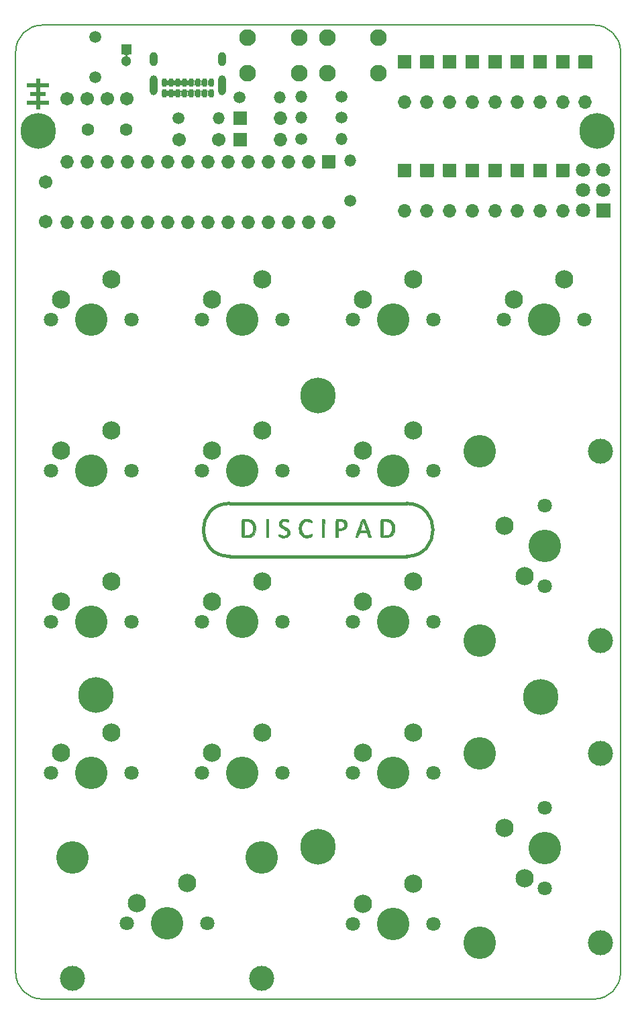
<source format=gbr>
%TF.GenerationSoftware,KiCad,Pcbnew,5.1.7-a382d34a8~88~ubuntu20.04.1*%
%TF.CreationDate,2021-03-29T23:34:48+02:00*%
%TF.ProjectId,discipad-pcb,64697363-6970-4616-942d-7063622e6b69,rev?*%
%TF.SameCoordinates,Original*%
%TF.FileFunction,Soldermask,Top*%
%TF.FilePolarity,Negative*%
%FSLAX46Y46*%
G04 Gerber Fmt 4.6, Leading zero omitted, Abs format (unit mm)*
G04 Created by KiCad (PCBNEW 5.1.7-a382d34a8~88~ubuntu20.04.1) date 2021-03-29 23:34:48*
%MOMM*%
%LPD*%
G01*
G04 APERTURE LIST*
%TA.AperFunction,Profile*%
%ADD10C,0.150000*%
%TD*%
%ADD11C,0.400000*%
%ADD12C,0.010000*%
%ADD13C,2.102000*%
%ADD14O,1.702000X1.702000*%
%ADD15C,1.502000*%
%ADD16C,4.102000*%
%ADD17C,1.802000*%
%ADD18C,3.152000*%
%ADD19C,2.302000*%
%ADD20C,4.502000*%
%ADD21C,1.702000*%
%ADD22C,1.302000*%
%ADD23O,1.502000X1.502000*%
%ADD24O,1.002000X1.802000*%
%ADD25O,1.002000X2.502000*%
%ADD26O,0.752000X1.102000*%
%ADD27C,1.602000*%
%ADD28C,0.150000*%
G04 APERTURE END LIST*
D10*
X108977543Y-137901737D02*
G75*
G02*
X105670421Y-134594615I0J3307122D01*
G01*
X181996697Y-134594615D02*
G75*
G02*
X178689575Y-137901737I-3307122J0D01*
G01*
X178689575Y-15101737D02*
G75*
G02*
X181996697Y-18408859I0J-3307122D01*
G01*
X105670421Y-18408859D02*
G75*
G02*
X108977543Y-15101737I3307122J0D01*
G01*
X105670421Y-134594615D02*
X105670421Y-18408859D01*
X108977543Y-15101737D02*
X178689575Y-15101737D01*
X181996697Y-18408859D02*
X181996697Y-134594615D01*
X178689575Y-137901737D02*
X108977543Y-137901737D01*
D11*
X132713559Y-82086019D02*
X154993559Y-82086019D01*
X132713559Y-75406019D02*
X154993559Y-75406019D01*
D12*
G36*
X152426051Y-77400161D02*
G01*
X152610739Y-77414266D01*
X152760563Y-77441191D01*
X152888668Y-77483730D01*
X153008198Y-77544676D01*
X153067267Y-77581873D01*
X153212403Y-77707878D01*
X153337652Y-77872665D01*
X153426374Y-78053527D01*
X153437470Y-78086985D01*
X153453057Y-78169518D01*
X153465423Y-78295095D01*
X153473120Y-78445212D01*
X153474954Y-78566019D01*
X153473350Y-78725384D01*
X153467325Y-78840477D01*
X153454104Y-78928580D01*
X153430911Y-79006978D01*
X153394971Y-79092951D01*
X153387795Y-79108690D01*
X153258773Y-79322782D01*
X153090386Y-79489609D01*
X152883784Y-79608274D01*
X152662450Y-79673858D01*
X152563370Y-79686602D01*
X152423048Y-79696848D01*
X152261802Y-79703398D01*
X152131322Y-79705171D01*
X151976353Y-79704773D01*
X151871798Y-79702097D01*
X151806495Y-79694916D01*
X151769282Y-79681004D01*
X151748998Y-79658137D01*
X151735282Y-79626197D01*
X151726851Y-79573408D01*
X151719805Y-79469027D01*
X151714139Y-79322014D01*
X151709843Y-79141329D01*
X151706911Y-78935930D01*
X151705334Y-78714777D01*
X151705105Y-78486831D01*
X151706217Y-78261051D01*
X151708662Y-78046396D01*
X151712432Y-77851826D01*
X151717519Y-77686301D01*
X151719722Y-77642383D01*
X152043923Y-77642383D01*
X152043923Y-79468088D01*
X152313317Y-79448368D01*
X152452720Y-79435316D01*
X152583410Y-79418187D01*
X152682117Y-79400159D01*
X152700164Y-79395577D01*
X152854592Y-79321217D01*
X152981409Y-79196173D01*
X153077401Y-79026298D01*
X153139351Y-78817447D01*
X153164045Y-78575472D01*
X153164337Y-78550625D01*
X153144865Y-78289561D01*
X153083627Y-78073670D01*
X152979931Y-77902250D01*
X152833089Y-77774602D01*
X152642409Y-77690025D01*
X152407201Y-77647819D01*
X152269244Y-77642383D01*
X152043923Y-77642383D01*
X151719722Y-77642383D01*
X151723917Y-77558781D01*
X151731617Y-77478224D01*
X151737127Y-77455631D01*
X151754702Y-77431749D01*
X151784282Y-77415236D01*
X151836125Y-77404753D01*
X151920488Y-77398960D01*
X152047630Y-77396519D01*
X152193357Y-77396080D01*
X152426051Y-77400161D01*
G37*
X152426051Y-77400161D02*
X152610739Y-77414266D01*
X152760563Y-77441191D01*
X152888668Y-77483730D01*
X153008198Y-77544676D01*
X153067267Y-77581873D01*
X153212403Y-77707878D01*
X153337652Y-77872665D01*
X153426374Y-78053527D01*
X153437470Y-78086985D01*
X153453057Y-78169518D01*
X153465423Y-78295095D01*
X153473120Y-78445212D01*
X153474954Y-78566019D01*
X153473350Y-78725384D01*
X153467325Y-78840477D01*
X153454104Y-78928580D01*
X153430911Y-79006978D01*
X153394971Y-79092951D01*
X153387795Y-79108690D01*
X153258773Y-79322782D01*
X153090386Y-79489609D01*
X152883784Y-79608274D01*
X152662450Y-79673858D01*
X152563370Y-79686602D01*
X152423048Y-79696848D01*
X152261802Y-79703398D01*
X152131322Y-79705171D01*
X151976353Y-79704773D01*
X151871798Y-79702097D01*
X151806495Y-79694916D01*
X151769282Y-79681004D01*
X151748998Y-79658137D01*
X151735282Y-79626197D01*
X151726851Y-79573408D01*
X151719805Y-79469027D01*
X151714139Y-79322014D01*
X151709843Y-79141329D01*
X151706911Y-78935930D01*
X151705334Y-78714777D01*
X151705105Y-78486831D01*
X151706217Y-78261051D01*
X151708662Y-78046396D01*
X151712432Y-77851826D01*
X151717519Y-77686301D01*
X151719722Y-77642383D01*
X152043923Y-77642383D01*
X152043923Y-79468088D01*
X152313317Y-79448368D01*
X152452720Y-79435316D01*
X152583410Y-79418187D01*
X152682117Y-79400159D01*
X152700164Y-79395577D01*
X152854592Y-79321217D01*
X152981409Y-79196173D01*
X153077401Y-79026298D01*
X153139351Y-78817447D01*
X153164045Y-78575472D01*
X153164337Y-78550625D01*
X153144865Y-78289561D01*
X153083627Y-78073670D01*
X152979931Y-77902250D01*
X152833089Y-77774602D01*
X152642409Y-77690025D01*
X152407201Y-77647819D01*
X152269244Y-77642383D01*
X152043923Y-77642383D01*
X151719722Y-77642383D01*
X151723917Y-77558781D01*
X151731617Y-77478224D01*
X151737127Y-77455631D01*
X151754702Y-77431749D01*
X151784282Y-77415236D01*
X151836125Y-77404753D01*
X151920488Y-77398960D01*
X152047630Y-77396519D01*
X152193357Y-77396080D01*
X152426051Y-77400161D01*
G36*
X149627074Y-77390772D02*
G01*
X149651118Y-77398802D01*
X149673371Y-77412715D01*
X149696217Y-77438008D01*
X149722038Y-77480179D01*
X149753217Y-77544724D01*
X149792136Y-77637138D01*
X149841178Y-77762920D01*
X149902726Y-77927566D01*
X149979163Y-78136572D01*
X150072870Y-78395435D01*
X150124066Y-78537299D01*
X150213490Y-78786735D01*
X150295356Y-79018067D01*
X150367482Y-79224904D01*
X150427689Y-79400859D01*
X150473796Y-79539542D01*
X150503622Y-79634565D01*
X150514987Y-79679539D01*
X150514794Y-79682080D01*
X150478465Y-79695596D01*
X150401805Y-79703908D01*
X150352888Y-79705171D01*
X150204881Y-79705171D01*
X150099321Y-79404989D01*
X149993762Y-79104807D01*
X149513869Y-79096347D01*
X149033977Y-79087886D01*
X148930283Y-79388831D01*
X148826590Y-79689777D01*
X148680347Y-79699161D01*
X148588051Y-79700511D01*
X148543629Y-79687018D01*
X148534105Y-79662737D01*
X148544116Y-79627581D01*
X148572308Y-79542304D01*
X148615917Y-79414690D01*
X148672178Y-79252524D01*
X148738329Y-79063589D01*
X148811606Y-78855669D01*
X148818783Y-78835413D01*
X149119092Y-78835413D01*
X149147929Y-78838329D01*
X149226685Y-78840738D01*
X149343700Y-78842407D01*
X149487317Y-78843103D01*
X149503923Y-78843110D01*
X149651176Y-78840986D01*
X149771939Y-78835170D01*
X149854849Y-78826498D01*
X149888541Y-78815806D01*
X149888771Y-78814811D01*
X149879085Y-78778037D01*
X149852144Y-78692784D01*
X149811123Y-78568661D01*
X149759199Y-78415277D01*
X149699546Y-78242240D01*
X149699307Y-78241553D01*
X149509843Y-77696595D01*
X149314476Y-78262155D01*
X149254207Y-78436999D01*
X149201483Y-78590673D01*
X149159367Y-78714185D01*
X149130926Y-78798539D01*
X149119225Y-78834743D01*
X149119092Y-78835413D01*
X148818783Y-78835413D01*
X148889245Y-78636549D01*
X148968482Y-78414012D01*
X149046553Y-78195841D01*
X149120696Y-77989822D01*
X149188145Y-77803738D01*
X149246139Y-77645373D01*
X149291912Y-77522510D01*
X149318678Y-77452985D01*
X149365645Y-77409059D01*
X149451850Y-77382973D01*
X149556484Y-77378924D01*
X149627074Y-77390772D01*
G37*
X149627074Y-77390772D02*
X149651118Y-77398802D01*
X149673371Y-77412715D01*
X149696217Y-77438008D01*
X149722038Y-77480179D01*
X149753217Y-77544724D01*
X149792136Y-77637138D01*
X149841178Y-77762920D01*
X149902726Y-77927566D01*
X149979163Y-78136572D01*
X150072870Y-78395435D01*
X150124066Y-78537299D01*
X150213490Y-78786735D01*
X150295356Y-79018067D01*
X150367482Y-79224904D01*
X150427689Y-79400859D01*
X150473796Y-79539542D01*
X150503622Y-79634565D01*
X150514987Y-79679539D01*
X150514794Y-79682080D01*
X150478465Y-79695596D01*
X150401805Y-79703908D01*
X150352888Y-79705171D01*
X150204881Y-79705171D01*
X150099321Y-79404989D01*
X149993762Y-79104807D01*
X149513869Y-79096347D01*
X149033977Y-79087886D01*
X148930283Y-79388831D01*
X148826590Y-79689777D01*
X148680347Y-79699161D01*
X148588051Y-79700511D01*
X148543629Y-79687018D01*
X148534105Y-79662737D01*
X148544116Y-79627581D01*
X148572308Y-79542304D01*
X148615917Y-79414690D01*
X148672178Y-79252524D01*
X148738329Y-79063589D01*
X148811606Y-78855669D01*
X148818783Y-78835413D01*
X149119092Y-78835413D01*
X149147929Y-78838329D01*
X149226685Y-78840738D01*
X149343700Y-78842407D01*
X149487317Y-78843103D01*
X149503923Y-78843110D01*
X149651176Y-78840986D01*
X149771939Y-78835170D01*
X149854849Y-78826498D01*
X149888541Y-78815806D01*
X149888771Y-78814811D01*
X149879085Y-78778037D01*
X149852144Y-78692784D01*
X149811123Y-78568661D01*
X149759199Y-78415277D01*
X149699546Y-78242240D01*
X149699307Y-78241553D01*
X149509843Y-77696595D01*
X149314476Y-78262155D01*
X149254207Y-78436999D01*
X149201483Y-78590673D01*
X149159367Y-78714185D01*
X149130926Y-78798539D01*
X149119225Y-78834743D01*
X149119092Y-78835413D01*
X148818783Y-78835413D01*
X148889245Y-78636549D01*
X148968482Y-78414012D01*
X149046553Y-78195841D01*
X149120696Y-77989822D01*
X149188145Y-77803738D01*
X149246139Y-77645373D01*
X149291912Y-77522510D01*
X149318678Y-77452985D01*
X149365645Y-77409059D01*
X149451850Y-77382973D01*
X149556484Y-77378924D01*
X149627074Y-77390772D01*
G36*
X146754301Y-77404113D02*
G01*
X146959200Y-77430214D01*
X147119943Y-77477390D01*
X147244305Y-77548644D01*
X147340058Y-77646982D01*
X147400178Y-77744988D01*
X147448436Y-77891210D01*
X147466767Y-78064874D01*
X147454785Y-78239483D01*
X147412101Y-78388540D01*
X147409673Y-78393759D01*
X147299090Y-78564555D01*
X147149978Y-78689999D01*
X146960363Y-78771143D01*
X146728270Y-78809038D01*
X146624224Y-78812322D01*
X146387857Y-78812322D01*
X146368230Y-79020140D01*
X146358029Y-79162583D01*
X146350852Y-79328349D01*
X146348384Y-79466565D01*
X146348165Y-79705171D01*
X146214751Y-79705171D01*
X146128356Y-79700804D01*
X146070365Y-79689841D01*
X146060812Y-79684645D01*
X146054435Y-79648295D01*
X146049280Y-79558964D01*
X146045309Y-79425236D01*
X146042485Y-79255693D01*
X146040772Y-79058917D01*
X146040132Y-78843492D01*
X146040529Y-78618000D01*
X146041925Y-78391023D01*
X146044284Y-78171145D01*
X146047570Y-77966947D01*
X146051744Y-77787013D01*
X146056686Y-77642383D01*
X146378953Y-77642383D01*
X146378953Y-78566019D01*
X146586771Y-78565971D01*
X146768907Y-78552298D01*
X146900159Y-78512092D01*
X147021545Y-78429282D01*
X147095527Y-78323085D01*
X147128760Y-78181514D01*
X147132178Y-78094141D01*
X147117267Y-77932880D01*
X147070429Y-77816613D01*
X146985312Y-77734325D01*
X146899894Y-77691175D01*
X146800556Y-77664445D01*
X146672146Y-77646759D01*
X146578451Y-77642383D01*
X146378953Y-77642383D01*
X146056686Y-77642383D01*
X146056770Y-77639925D01*
X146062612Y-77534266D01*
X146069231Y-77478618D01*
X146070312Y-77475054D01*
X146100338Y-77396080D01*
X146497472Y-77396080D01*
X146754301Y-77404113D01*
G37*
X146754301Y-77404113D02*
X146959200Y-77430214D01*
X147119943Y-77477390D01*
X147244305Y-77548644D01*
X147340058Y-77646982D01*
X147400178Y-77744988D01*
X147448436Y-77891210D01*
X147466767Y-78064874D01*
X147454785Y-78239483D01*
X147412101Y-78388540D01*
X147409673Y-78393759D01*
X147299090Y-78564555D01*
X147149978Y-78689999D01*
X146960363Y-78771143D01*
X146728270Y-78809038D01*
X146624224Y-78812322D01*
X146387857Y-78812322D01*
X146368230Y-79020140D01*
X146358029Y-79162583D01*
X146350852Y-79328349D01*
X146348384Y-79466565D01*
X146348165Y-79705171D01*
X146214751Y-79705171D01*
X146128356Y-79700804D01*
X146070365Y-79689841D01*
X146060812Y-79684645D01*
X146054435Y-79648295D01*
X146049280Y-79558964D01*
X146045309Y-79425236D01*
X146042485Y-79255693D01*
X146040772Y-79058917D01*
X146040132Y-78843492D01*
X146040529Y-78618000D01*
X146041925Y-78391023D01*
X146044284Y-78171145D01*
X146047570Y-77966947D01*
X146051744Y-77787013D01*
X146056686Y-77642383D01*
X146378953Y-77642383D01*
X146378953Y-78566019D01*
X146586771Y-78565971D01*
X146768907Y-78552298D01*
X146900159Y-78512092D01*
X147021545Y-78429282D01*
X147095527Y-78323085D01*
X147128760Y-78181514D01*
X147132178Y-78094141D01*
X147117267Y-77932880D01*
X147070429Y-77816613D01*
X146985312Y-77734325D01*
X146899894Y-77691175D01*
X146800556Y-77664445D01*
X146672146Y-77646759D01*
X146578451Y-77642383D01*
X146378953Y-77642383D01*
X146056686Y-77642383D01*
X146056770Y-77639925D01*
X146062612Y-77534266D01*
X146069231Y-77478618D01*
X146070312Y-77475054D01*
X146100338Y-77396080D01*
X146497472Y-77396080D01*
X146754301Y-77404113D01*
G36*
X144553593Y-77398558D02*
G01*
X144624804Y-77425632D01*
X144616727Y-78557705D01*
X144608650Y-79689777D01*
X144462408Y-79699161D01*
X144316165Y-79708544D01*
X144316165Y-77403258D01*
X144399274Y-77387371D01*
X144490190Y-77385089D01*
X144553593Y-77398558D01*
G37*
X144553593Y-77398558D02*
X144624804Y-77425632D01*
X144616727Y-78557705D01*
X144608650Y-79689777D01*
X144462408Y-79699161D01*
X144316165Y-79708544D01*
X144316165Y-77403258D01*
X144399274Y-77387371D01*
X144490190Y-77385089D01*
X144553593Y-77398558D01*
G36*
X137497021Y-77388615D02*
G01*
X137574362Y-77403400D01*
X137566294Y-78546588D01*
X137558226Y-79689777D01*
X137411983Y-79699161D01*
X137265741Y-79708544D01*
X137265741Y-77403258D01*
X137342711Y-77388544D01*
X137436888Y-77382758D01*
X137497021Y-77388615D01*
G37*
X137497021Y-77388615D02*
X137574362Y-77403400D01*
X137566294Y-78546588D01*
X137558226Y-79689777D01*
X137411983Y-79699161D01*
X137265741Y-79708544D01*
X137265741Y-77403258D01*
X137342711Y-77388544D01*
X137436888Y-77382758D01*
X137497021Y-77388615D01*
G36*
X134651971Y-77399504D02*
G01*
X134748269Y-77401682D01*
X134971468Y-77410427D01*
X135145503Y-77425978D01*
X135282703Y-77451941D01*
X135395397Y-77491915D01*
X135495914Y-77549506D01*
X135596583Y-77628314D01*
X135632447Y-77660051D01*
X135776840Y-77830661D01*
X135881990Y-78041598D01*
X135945284Y-78283695D01*
X135964108Y-78547782D01*
X135946473Y-78761563D01*
X135885164Y-79029381D01*
X135786848Y-79248994D01*
X135649298Y-79423012D01*
X135470287Y-79554041D01*
X135247591Y-79644689D01*
X135176705Y-79663284D01*
X135071199Y-79681000D01*
X134934695Y-79693851D01*
X134780707Y-79701769D01*
X134622749Y-79704681D01*
X134474336Y-79702519D01*
X134348979Y-79695211D01*
X134260195Y-79682689D01*
X134223899Y-79668225D01*
X134213313Y-79639956D01*
X134204729Y-79575604D01*
X134198006Y-79470958D01*
X134197906Y-79467956D01*
X134494832Y-79467956D01*
X134792859Y-79447007D01*
X134961050Y-79429528D01*
X135106634Y-79403707D01*
X135210808Y-79372937D01*
X135216193Y-79370628D01*
X135377628Y-79266720D01*
X135501126Y-79116133D01*
X135585177Y-78921834D01*
X135628266Y-78686792D01*
X135633983Y-78550625D01*
X135612087Y-78289484D01*
X135546293Y-78071374D01*
X135436449Y-77895988D01*
X135282401Y-77763019D01*
X135221262Y-77728100D01*
X135129579Y-77691770D01*
X135013101Y-77667461D01*
X134856060Y-77652241D01*
X134795014Y-77648828D01*
X134494832Y-77634150D01*
X134494832Y-79467956D01*
X134197906Y-79467956D01*
X134193006Y-79321806D01*
X134189590Y-79123935D01*
X134187619Y-78873133D01*
X134186955Y-78565189D01*
X134186953Y-78548237D01*
X134187276Y-78255397D01*
X134188406Y-78018246D01*
X134190581Y-77830901D01*
X134194042Y-77687479D01*
X134199027Y-77582097D01*
X134205776Y-77508870D01*
X134214529Y-77461916D01*
X134225524Y-77435351D01*
X134232572Y-77427335D01*
X134272360Y-77411797D01*
X134351196Y-77402195D01*
X134475570Y-77398205D01*
X134651971Y-77399504D01*
G37*
X134651971Y-77399504D02*
X134748269Y-77401682D01*
X134971468Y-77410427D01*
X135145503Y-77425978D01*
X135282703Y-77451941D01*
X135395397Y-77491915D01*
X135495914Y-77549506D01*
X135596583Y-77628314D01*
X135632447Y-77660051D01*
X135776840Y-77830661D01*
X135881990Y-78041598D01*
X135945284Y-78283695D01*
X135964108Y-78547782D01*
X135946473Y-78761563D01*
X135885164Y-79029381D01*
X135786848Y-79248994D01*
X135649298Y-79423012D01*
X135470287Y-79554041D01*
X135247591Y-79644689D01*
X135176705Y-79663284D01*
X135071199Y-79681000D01*
X134934695Y-79693851D01*
X134780707Y-79701769D01*
X134622749Y-79704681D01*
X134474336Y-79702519D01*
X134348979Y-79695211D01*
X134260195Y-79682689D01*
X134223899Y-79668225D01*
X134213313Y-79639956D01*
X134204729Y-79575604D01*
X134198006Y-79470958D01*
X134197906Y-79467956D01*
X134494832Y-79467956D01*
X134792859Y-79447007D01*
X134961050Y-79429528D01*
X135106634Y-79403707D01*
X135210808Y-79372937D01*
X135216193Y-79370628D01*
X135377628Y-79266720D01*
X135501126Y-79116133D01*
X135585177Y-78921834D01*
X135628266Y-78686792D01*
X135633983Y-78550625D01*
X135612087Y-78289484D01*
X135546293Y-78071374D01*
X135436449Y-77895988D01*
X135282401Y-77763019D01*
X135221262Y-77728100D01*
X135129579Y-77691770D01*
X135013101Y-77667461D01*
X134856060Y-77652241D01*
X134795014Y-77648828D01*
X134494832Y-77634150D01*
X134494832Y-79467956D01*
X134197906Y-79467956D01*
X134193006Y-79321806D01*
X134189590Y-79123935D01*
X134187619Y-78873133D01*
X134186955Y-78565189D01*
X134186953Y-78548237D01*
X134187276Y-78255397D01*
X134188406Y-78018246D01*
X134190581Y-77830901D01*
X134194042Y-77687479D01*
X134199027Y-77582097D01*
X134205776Y-77508870D01*
X134214529Y-77461916D01*
X134225524Y-77435351D01*
X134232572Y-77427335D01*
X134272360Y-77411797D01*
X134351196Y-77402195D01*
X134475570Y-77398205D01*
X134651971Y-77399504D01*
G36*
X142533601Y-77383592D02*
G01*
X142635915Y-77392905D01*
X142720984Y-77414284D01*
X142810930Y-77452093D01*
X142853741Y-77473049D01*
X142953007Y-77525186D01*
X143009508Y-77566147D01*
X143036481Y-77610352D01*
X143047166Y-77672220D01*
X143048266Y-77684925D01*
X143048619Y-77781078D01*
X143025298Y-77828234D01*
X142971599Y-77828830D01*
X142880823Y-77785304D01*
X142839997Y-77760686D01*
X142670941Y-77684604D01*
X142480587Y-77645656D01*
X142292527Y-77647045D01*
X142181926Y-77671350D01*
X142059050Y-77739137D01*
X141941317Y-77852071D01*
X141842156Y-77994283D01*
X141774992Y-78149903D01*
X141773924Y-78153538D01*
X141740024Y-78330524D01*
X141729119Y-78532847D01*
X141739980Y-78740254D01*
X141771378Y-78932493D01*
X141822085Y-79089310D01*
X141831929Y-79109802D01*
X141944717Y-79270178D01*
X142090966Y-79382224D01*
X142264180Y-79444463D01*
X142457863Y-79455417D01*
X142665519Y-79413607D01*
X142840825Y-79339357D01*
X142936717Y-79292096D01*
X143009633Y-79261771D01*
X143044490Y-79254616D01*
X143044976Y-79254992D01*
X143055535Y-79292722D01*
X143062431Y-79366546D01*
X143063033Y-79382653D01*
X143052010Y-79476798D01*
X143004497Y-79542118D01*
X142990774Y-79553241D01*
X142842689Y-79635506D01*
X142656830Y-79692664D01*
X142452731Y-79722122D01*
X142249931Y-79721290D01*
X142067965Y-79687574D01*
X142042422Y-79679074D01*
X141836067Y-79580919D01*
X141675133Y-79447094D01*
X141552405Y-79270206D01*
X141480743Y-79103849D01*
X141412968Y-78838979D01*
X141391228Y-78571754D01*
X141412955Y-78310989D01*
X141475583Y-78065498D01*
X141576545Y-77844095D01*
X141713273Y-77655596D01*
X141883200Y-77508815D01*
X141958121Y-77464674D01*
X142046045Y-77423652D01*
X142129380Y-77398885D01*
X142229064Y-77386384D01*
X142366035Y-77382156D01*
X142391923Y-77381985D01*
X142533601Y-77383592D01*
G37*
X142533601Y-77383592D02*
X142635915Y-77392905D01*
X142720984Y-77414284D01*
X142810930Y-77452093D01*
X142853741Y-77473049D01*
X142953007Y-77525186D01*
X143009508Y-77566147D01*
X143036481Y-77610352D01*
X143047166Y-77672220D01*
X143048266Y-77684925D01*
X143048619Y-77781078D01*
X143025298Y-77828234D01*
X142971599Y-77828830D01*
X142880823Y-77785304D01*
X142839997Y-77760686D01*
X142670941Y-77684604D01*
X142480587Y-77645656D01*
X142292527Y-77647045D01*
X142181926Y-77671350D01*
X142059050Y-77739137D01*
X141941317Y-77852071D01*
X141842156Y-77994283D01*
X141774992Y-78149903D01*
X141773924Y-78153538D01*
X141740024Y-78330524D01*
X141729119Y-78532847D01*
X141739980Y-78740254D01*
X141771378Y-78932493D01*
X141822085Y-79089310D01*
X141831929Y-79109802D01*
X141944717Y-79270178D01*
X142090966Y-79382224D01*
X142264180Y-79444463D01*
X142457863Y-79455417D01*
X142665519Y-79413607D01*
X142840825Y-79339357D01*
X142936717Y-79292096D01*
X143009633Y-79261771D01*
X143044490Y-79254616D01*
X143044976Y-79254992D01*
X143055535Y-79292722D01*
X143062431Y-79366546D01*
X143063033Y-79382653D01*
X143052010Y-79476798D01*
X143004497Y-79542118D01*
X142990774Y-79553241D01*
X142842689Y-79635506D01*
X142656830Y-79692664D01*
X142452731Y-79722122D01*
X142249931Y-79721290D01*
X142067965Y-79687574D01*
X142042422Y-79679074D01*
X141836067Y-79580919D01*
X141675133Y-79447094D01*
X141552405Y-79270206D01*
X141480743Y-79103849D01*
X141412968Y-78838979D01*
X141391228Y-78571754D01*
X141412955Y-78310989D01*
X141475583Y-78065498D01*
X141576545Y-77844095D01*
X141713273Y-77655596D01*
X141883200Y-77508815D01*
X141958121Y-77464674D01*
X142046045Y-77423652D01*
X142129380Y-77398885D01*
X142229064Y-77386384D01*
X142366035Y-77382156D01*
X142391923Y-77381985D01*
X142533601Y-77383592D01*
G36*
X139670907Y-77374276D02*
G01*
X139845860Y-77401340D01*
X139990423Y-77449818D01*
X139998165Y-77453668D01*
X140078158Y-77499261D01*
X140116541Y-77542488D01*
X140128356Y-77605116D01*
X140129014Y-77643008D01*
X140122265Y-77722314D01*
X140095761Y-77759486D01*
X140040111Y-77756771D01*
X139945926Y-77716421D01*
X139906750Y-77696262D01*
X139784868Y-77648315D01*
X139643765Y-77628437D01*
X139580003Y-77626989D01*
X139470049Y-77629606D01*
X139399989Y-77642548D01*
X139348204Y-77673448D01*
X139295216Y-77727535D01*
X139219541Y-77840986D01*
X139199908Y-77951298D01*
X139237398Y-78060373D01*
X139333090Y-78170110D01*
X139488063Y-78282409D01*
X139666498Y-78380942D01*
X139850556Y-78477526D01*
X139986334Y-78560352D01*
X140083240Y-78637190D01*
X140150683Y-78715809D01*
X140198073Y-78803980D01*
X140207650Y-78827795D01*
X140250671Y-79019484D01*
X140237336Y-79207462D01*
X140171683Y-79380958D01*
X140057747Y-79529202D01*
X139903478Y-79639425D01*
X139732985Y-79699957D01*
X139532764Y-79728695D01*
X139326545Y-79724410D01*
X139138052Y-79685875D01*
X139120639Y-79679930D01*
X138977873Y-79618898D01*
X138888464Y-79553537D01*
X138844287Y-79476135D01*
X138835923Y-79409731D01*
X138843359Y-79335549D01*
X138861407Y-79292964D01*
X138862887Y-79291898D01*
X138902305Y-79296063D01*
X138979018Y-79323230D01*
X139070705Y-79364794D01*
X139187287Y-79413738D01*
X139303215Y-79448387D01*
X139374711Y-79459594D01*
X139521342Y-79463347D01*
X139623510Y-79457048D01*
X139698034Y-79436635D01*
X139761735Y-79398044D01*
X139813890Y-79353476D01*
X139885442Y-79279701D01*
X139919358Y-79213941D01*
X139928641Y-79129178D01*
X139928716Y-79114870D01*
X139919514Y-79017639D01*
X139887095Y-78934975D01*
X139823812Y-78858876D01*
X139722018Y-78781343D01*
X139574067Y-78694376D01*
X139478545Y-78643901D01*
X139260963Y-78520587D01*
X139099222Y-78403038D01*
X138988396Y-78287078D01*
X138926224Y-78175746D01*
X138902134Y-78058599D01*
X138900739Y-77916333D01*
X138921131Y-77780700D01*
X138939094Y-77725580D01*
X139015197Y-77607429D01*
X139131539Y-77499269D01*
X139267238Y-77418556D01*
X139335822Y-77393947D01*
X139492063Y-77371015D01*
X139670907Y-77374276D01*
G37*
X139670907Y-77374276D02*
X139845860Y-77401340D01*
X139990423Y-77449818D01*
X139998165Y-77453668D01*
X140078158Y-77499261D01*
X140116541Y-77542488D01*
X140128356Y-77605116D01*
X140129014Y-77643008D01*
X140122265Y-77722314D01*
X140095761Y-77759486D01*
X140040111Y-77756771D01*
X139945926Y-77716421D01*
X139906750Y-77696262D01*
X139784868Y-77648315D01*
X139643765Y-77628437D01*
X139580003Y-77626989D01*
X139470049Y-77629606D01*
X139399989Y-77642548D01*
X139348204Y-77673448D01*
X139295216Y-77727535D01*
X139219541Y-77840986D01*
X139199908Y-77951298D01*
X139237398Y-78060373D01*
X139333090Y-78170110D01*
X139488063Y-78282409D01*
X139666498Y-78380942D01*
X139850556Y-78477526D01*
X139986334Y-78560352D01*
X140083240Y-78637190D01*
X140150683Y-78715809D01*
X140198073Y-78803980D01*
X140207650Y-78827795D01*
X140250671Y-79019484D01*
X140237336Y-79207462D01*
X140171683Y-79380958D01*
X140057747Y-79529202D01*
X139903478Y-79639425D01*
X139732985Y-79699957D01*
X139532764Y-79728695D01*
X139326545Y-79724410D01*
X139138052Y-79685875D01*
X139120639Y-79679930D01*
X138977873Y-79618898D01*
X138888464Y-79553537D01*
X138844287Y-79476135D01*
X138835923Y-79409731D01*
X138843359Y-79335549D01*
X138861407Y-79292964D01*
X138862887Y-79291898D01*
X138902305Y-79296063D01*
X138979018Y-79323230D01*
X139070705Y-79364794D01*
X139187287Y-79413738D01*
X139303215Y-79448387D01*
X139374711Y-79459594D01*
X139521342Y-79463347D01*
X139623510Y-79457048D01*
X139698034Y-79436635D01*
X139761735Y-79398044D01*
X139813890Y-79353476D01*
X139885442Y-79279701D01*
X139919358Y-79213941D01*
X139928641Y-79129178D01*
X139928716Y-79114870D01*
X139919514Y-79017639D01*
X139887095Y-78934975D01*
X139823812Y-78858876D01*
X139722018Y-78781343D01*
X139574067Y-78694376D01*
X139478545Y-78643901D01*
X139260963Y-78520587D01*
X139099222Y-78403038D01*
X138988396Y-78287078D01*
X138926224Y-78175746D01*
X138902134Y-78058599D01*
X138900739Y-77916333D01*
X138921131Y-77780700D01*
X138939094Y-77725580D01*
X139015197Y-77607429D01*
X139131539Y-77499269D01*
X139267238Y-77418556D01*
X139335822Y-77393947D01*
X139492063Y-77371015D01*
X139670907Y-77374276D01*
D11*
X154983559Y-75406019D02*
G75*
G02*
X154983559Y-82086019I0J-3340000D01*
G01*
X132683559Y-82086019D02*
G75*
G02*
X132683559Y-75406019I0J3340000D01*
G01*
D12*
G36*
X108672737Y-22441364D02*
G01*
X109242120Y-22443541D01*
X109811503Y-22445717D01*
X109811503Y-22852117D01*
X108672737Y-22856469D01*
X108672737Y-23516750D01*
X109392404Y-23516750D01*
X109392404Y-23948550D01*
X108672737Y-23948550D01*
X108672737Y-24625764D01*
X109242120Y-24627941D01*
X109811503Y-24630117D01*
X109813766Y-24843900D01*
X109816028Y-25057683D01*
X108672737Y-25057683D01*
X108672737Y-25675750D01*
X108232470Y-25675750D01*
X108232470Y-25057683D01*
X107097937Y-25057683D01*
X107097937Y-24625884D01*
X108232470Y-24625884D01*
X108232470Y-23948550D01*
X107521270Y-23948550D01*
X107521270Y-23516750D01*
X108232470Y-23516750D01*
X108232470Y-22856350D01*
X107097937Y-22856350D01*
X107097937Y-22441484D01*
X108232251Y-22441484D01*
X108236703Y-21853050D01*
X108454720Y-21850791D01*
X108672737Y-21848531D01*
X108672737Y-22441364D01*
G37*
X108672737Y-22441364D02*
X109242120Y-22443541D01*
X109811503Y-22445717D01*
X109811503Y-22852117D01*
X108672737Y-22856469D01*
X108672737Y-23516750D01*
X109392404Y-23516750D01*
X109392404Y-23948550D01*
X108672737Y-23948550D01*
X108672737Y-24625764D01*
X109242120Y-24627941D01*
X109811503Y-24630117D01*
X109813766Y-24843900D01*
X109816028Y-25057683D01*
X108672737Y-25057683D01*
X108672737Y-25675750D01*
X108232470Y-25675750D01*
X108232470Y-25057683D01*
X107097937Y-25057683D01*
X107097937Y-24625884D01*
X108232470Y-24625884D01*
X108232470Y-23948550D01*
X107521270Y-23948550D01*
X107521270Y-23516750D01*
X108232470Y-23516750D01*
X108232470Y-22856350D01*
X107097937Y-22856350D01*
X107097937Y-22441484D01*
X108232251Y-22441484D01*
X108236703Y-21853050D01*
X108454720Y-21850791D01*
X108672737Y-21848531D01*
X108672737Y-22441364D01*
D10*
X108977543Y-137901737D02*
G75*
G02*
X105670421Y-134594615I0J3307122D01*
G01*
X181996697Y-134594615D02*
G75*
G02*
X178689575Y-137901737I-3307122J0D01*
G01*
X178689575Y-15101737D02*
G75*
G02*
X181996697Y-18408859I0J-3307122D01*
G01*
X105670421Y-18408859D02*
G75*
G02*
X108977543Y-15101737I3307122J0D01*
G01*
X105670421Y-134594615D02*
X105670421Y-18408859D01*
X108977543Y-15101737D02*
X178689575Y-15101737D01*
X181996697Y-18408859D02*
X181996697Y-134594615D01*
X178689575Y-137901737D02*
X108977543Y-137901737D01*
D11*
X132713559Y-82086019D02*
X154993559Y-82086019D01*
X132713559Y-75406019D02*
X154993559Y-75406019D01*
D12*
G36*
X152426051Y-77400161D02*
G01*
X152610739Y-77414266D01*
X152760563Y-77441191D01*
X152888668Y-77483730D01*
X153008198Y-77544676D01*
X153067267Y-77581873D01*
X153212403Y-77707878D01*
X153337652Y-77872665D01*
X153426374Y-78053527D01*
X153437470Y-78086985D01*
X153453057Y-78169518D01*
X153465423Y-78295095D01*
X153473120Y-78445212D01*
X153474954Y-78566019D01*
X153473350Y-78725384D01*
X153467325Y-78840477D01*
X153454104Y-78928580D01*
X153430911Y-79006978D01*
X153394971Y-79092951D01*
X153387795Y-79108690D01*
X153258773Y-79322782D01*
X153090386Y-79489609D01*
X152883784Y-79608274D01*
X152662450Y-79673858D01*
X152563370Y-79686602D01*
X152423048Y-79696848D01*
X152261802Y-79703398D01*
X152131322Y-79705171D01*
X151976353Y-79704773D01*
X151871798Y-79702097D01*
X151806495Y-79694916D01*
X151769282Y-79681004D01*
X151748998Y-79658137D01*
X151735282Y-79626197D01*
X151726851Y-79573408D01*
X151719805Y-79469027D01*
X151714139Y-79322014D01*
X151709843Y-79141329D01*
X151706911Y-78935930D01*
X151705334Y-78714777D01*
X151705105Y-78486831D01*
X151706217Y-78261051D01*
X151708662Y-78046396D01*
X151712432Y-77851826D01*
X151717519Y-77686301D01*
X151719722Y-77642383D01*
X152043923Y-77642383D01*
X152043923Y-79468088D01*
X152313317Y-79448368D01*
X152452720Y-79435316D01*
X152583410Y-79418187D01*
X152682117Y-79400159D01*
X152700164Y-79395577D01*
X152854592Y-79321217D01*
X152981409Y-79196173D01*
X153077401Y-79026298D01*
X153139351Y-78817447D01*
X153164045Y-78575472D01*
X153164337Y-78550625D01*
X153144865Y-78289561D01*
X153083627Y-78073670D01*
X152979931Y-77902250D01*
X152833089Y-77774602D01*
X152642409Y-77690025D01*
X152407201Y-77647819D01*
X152269244Y-77642383D01*
X152043923Y-77642383D01*
X151719722Y-77642383D01*
X151723917Y-77558781D01*
X151731617Y-77478224D01*
X151737127Y-77455631D01*
X151754702Y-77431749D01*
X151784282Y-77415236D01*
X151836125Y-77404753D01*
X151920488Y-77398960D01*
X152047630Y-77396519D01*
X152193357Y-77396080D01*
X152426051Y-77400161D01*
G37*
X152426051Y-77400161D02*
X152610739Y-77414266D01*
X152760563Y-77441191D01*
X152888668Y-77483730D01*
X153008198Y-77544676D01*
X153067267Y-77581873D01*
X153212403Y-77707878D01*
X153337652Y-77872665D01*
X153426374Y-78053527D01*
X153437470Y-78086985D01*
X153453057Y-78169518D01*
X153465423Y-78295095D01*
X153473120Y-78445212D01*
X153474954Y-78566019D01*
X153473350Y-78725384D01*
X153467325Y-78840477D01*
X153454104Y-78928580D01*
X153430911Y-79006978D01*
X153394971Y-79092951D01*
X153387795Y-79108690D01*
X153258773Y-79322782D01*
X153090386Y-79489609D01*
X152883784Y-79608274D01*
X152662450Y-79673858D01*
X152563370Y-79686602D01*
X152423048Y-79696848D01*
X152261802Y-79703398D01*
X152131322Y-79705171D01*
X151976353Y-79704773D01*
X151871798Y-79702097D01*
X151806495Y-79694916D01*
X151769282Y-79681004D01*
X151748998Y-79658137D01*
X151735282Y-79626197D01*
X151726851Y-79573408D01*
X151719805Y-79469027D01*
X151714139Y-79322014D01*
X151709843Y-79141329D01*
X151706911Y-78935930D01*
X151705334Y-78714777D01*
X151705105Y-78486831D01*
X151706217Y-78261051D01*
X151708662Y-78046396D01*
X151712432Y-77851826D01*
X151717519Y-77686301D01*
X151719722Y-77642383D01*
X152043923Y-77642383D01*
X152043923Y-79468088D01*
X152313317Y-79448368D01*
X152452720Y-79435316D01*
X152583410Y-79418187D01*
X152682117Y-79400159D01*
X152700164Y-79395577D01*
X152854592Y-79321217D01*
X152981409Y-79196173D01*
X153077401Y-79026298D01*
X153139351Y-78817447D01*
X153164045Y-78575472D01*
X153164337Y-78550625D01*
X153144865Y-78289561D01*
X153083627Y-78073670D01*
X152979931Y-77902250D01*
X152833089Y-77774602D01*
X152642409Y-77690025D01*
X152407201Y-77647819D01*
X152269244Y-77642383D01*
X152043923Y-77642383D01*
X151719722Y-77642383D01*
X151723917Y-77558781D01*
X151731617Y-77478224D01*
X151737127Y-77455631D01*
X151754702Y-77431749D01*
X151784282Y-77415236D01*
X151836125Y-77404753D01*
X151920488Y-77398960D01*
X152047630Y-77396519D01*
X152193357Y-77396080D01*
X152426051Y-77400161D01*
G36*
X149627074Y-77390772D02*
G01*
X149651118Y-77398802D01*
X149673371Y-77412715D01*
X149696217Y-77438008D01*
X149722038Y-77480179D01*
X149753217Y-77544724D01*
X149792136Y-77637138D01*
X149841178Y-77762920D01*
X149902726Y-77927566D01*
X149979163Y-78136572D01*
X150072870Y-78395435D01*
X150124066Y-78537299D01*
X150213490Y-78786735D01*
X150295356Y-79018067D01*
X150367482Y-79224904D01*
X150427689Y-79400859D01*
X150473796Y-79539542D01*
X150503622Y-79634565D01*
X150514987Y-79679539D01*
X150514794Y-79682080D01*
X150478465Y-79695596D01*
X150401805Y-79703908D01*
X150352888Y-79705171D01*
X150204881Y-79705171D01*
X150099321Y-79404989D01*
X149993762Y-79104807D01*
X149513869Y-79096347D01*
X149033977Y-79087886D01*
X148930283Y-79388831D01*
X148826590Y-79689777D01*
X148680347Y-79699161D01*
X148588051Y-79700511D01*
X148543629Y-79687018D01*
X148534105Y-79662737D01*
X148544116Y-79627581D01*
X148572308Y-79542304D01*
X148615917Y-79414690D01*
X148672178Y-79252524D01*
X148738329Y-79063589D01*
X148811606Y-78855669D01*
X148818783Y-78835413D01*
X149119092Y-78835413D01*
X149147929Y-78838329D01*
X149226685Y-78840738D01*
X149343700Y-78842407D01*
X149487317Y-78843103D01*
X149503923Y-78843110D01*
X149651176Y-78840986D01*
X149771939Y-78835170D01*
X149854849Y-78826498D01*
X149888541Y-78815806D01*
X149888771Y-78814811D01*
X149879085Y-78778037D01*
X149852144Y-78692784D01*
X149811123Y-78568661D01*
X149759199Y-78415277D01*
X149699546Y-78242240D01*
X149699307Y-78241553D01*
X149509843Y-77696595D01*
X149314476Y-78262155D01*
X149254207Y-78436999D01*
X149201483Y-78590673D01*
X149159367Y-78714185D01*
X149130926Y-78798539D01*
X149119225Y-78834743D01*
X149119092Y-78835413D01*
X148818783Y-78835413D01*
X148889245Y-78636549D01*
X148968482Y-78414012D01*
X149046553Y-78195841D01*
X149120696Y-77989822D01*
X149188145Y-77803738D01*
X149246139Y-77645373D01*
X149291912Y-77522510D01*
X149318678Y-77452985D01*
X149365645Y-77409059D01*
X149451850Y-77382973D01*
X149556484Y-77378924D01*
X149627074Y-77390772D01*
G37*
X149627074Y-77390772D02*
X149651118Y-77398802D01*
X149673371Y-77412715D01*
X149696217Y-77438008D01*
X149722038Y-77480179D01*
X149753217Y-77544724D01*
X149792136Y-77637138D01*
X149841178Y-77762920D01*
X149902726Y-77927566D01*
X149979163Y-78136572D01*
X150072870Y-78395435D01*
X150124066Y-78537299D01*
X150213490Y-78786735D01*
X150295356Y-79018067D01*
X150367482Y-79224904D01*
X150427689Y-79400859D01*
X150473796Y-79539542D01*
X150503622Y-79634565D01*
X150514987Y-79679539D01*
X150514794Y-79682080D01*
X150478465Y-79695596D01*
X150401805Y-79703908D01*
X150352888Y-79705171D01*
X150204881Y-79705171D01*
X150099321Y-79404989D01*
X149993762Y-79104807D01*
X149513869Y-79096347D01*
X149033977Y-79087886D01*
X148930283Y-79388831D01*
X148826590Y-79689777D01*
X148680347Y-79699161D01*
X148588051Y-79700511D01*
X148543629Y-79687018D01*
X148534105Y-79662737D01*
X148544116Y-79627581D01*
X148572308Y-79542304D01*
X148615917Y-79414690D01*
X148672178Y-79252524D01*
X148738329Y-79063589D01*
X148811606Y-78855669D01*
X148818783Y-78835413D01*
X149119092Y-78835413D01*
X149147929Y-78838329D01*
X149226685Y-78840738D01*
X149343700Y-78842407D01*
X149487317Y-78843103D01*
X149503923Y-78843110D01*
X149651176Y-78840986D01*
X149771939Y-78835170D01*
X149854849Y-78826498D01*
X149888541Y-78815806D01*
X149888771Y-78814811D01*
X149879085Y-78778037D01*
X149852144Y-78692784D01*
X149811123Y-78568661D01*
X149759199Y-78415277D01*
X149699546Y-78242240D01*
X149699307Y-78241553D01*
X149509843Y-77696595D01*
X149314476Y-78262155D01*
X149254207Y-78436999D01*
X149201483Y-78590673D01*
X149159367Y-78714185D01*
X149130926Y-78798539D01*
X149119225Y-78834743D01*
X149119092Y-78835413D01*
X148818783Y-78835413D01*
X148889245Y-78636549D01*
X148968482Y-78414012D01*
X149046553Y-78195841D01*
X149120696Y-77989822D01*
X149188145Y-77803738D01*
X149246139Y-77645373D01*
X149291912Y-77522510D01*
X149318678Y-77452985D01*
X149365645Y-77409059D01*
X149451850Y-77382973D01*
X149556484Y-77378924D01*
X149627074Y-77390772D01*
G36*
X146754301Y-77404113D02*
G01*
X146959200Y-77430214D01*
X147119943Y-77477390D01*
X147244305Y-77548644D01*
X147340058Y-77646982D01*
X147400178Y-77744988D01*
X147448436Y-77891210D01*
X147466767Y-78064874D01*
X147454785Y-78239483D01*
X147412101Y-78388540D01*
X147409673Y-78393759D01*
X147299090Y-78564555D01*
X147149978Y-78689999D01*
X146960363Y-78771143D01*
X146728270Y-78809038D01*
X146624224Y-78812322D01*
X146387857Y-78812322D01*
X146368230Y-79020140D01*
X146358029Y-79162583D01*
X146350852Y-79328349D01*
X146348384Y-79466565D01*
X146348165Y-79705171D01*
X146214751Y-79705171D01*
X146128356Y-79700804D01*
X146070365Y-79689841D01*
X146060812Y-79684645D01*
X146054435Y-79648295D01*
X146049280Y-79558964D01*
X146045309Y-79425236D01*
X146042485Y-79255693D01*
X146040772Y-79058917D01*
X146040132Y-78843492D01*
X146040529Y-78618000D01*
X146041925Y-78391023D01*
X146044284Y-78171145D01*
X146047570Y-77966947D01*
X146051744Y-77787013D01*
X146056686Y-77642383D01*
X146378953Y-77642383D01*
X146378953Y-78566019D01*
X146586771Y-78565971D01*
X146768907Y-78552298D01*
X146900159Y-78512092D01*
X147021545Y-78429282D01*
X147095527Y-78323085D01*
X147128760Y-78181514D01*
X147132178Y-78094141D01*
X147117267Y-77932880D01*
X147070429Y-77816613D01*
X146985312Y-77734325D01*
X146899894Y-77691175D01*
X146800556Y-77664445D01*
X146672146Y-77646759D01*
X146578451Y-77642383D01*
X146378953Y-77642383D01*
X146056686Y-77642383D01*
X146056770Y-77639925D01*
X146062612Y-77534266D01*
X146069231Y-77478618D01*
X146070312Y-77475054D01*
X146100338Y-77396080D01*
X146497472Y-77396080D01*
X146754301Y-77404113D01*
G37*
X146754301Y-77404113D02*
X146959200Y-77430214D01*
X147119943Y-77477390D01*
X147244305Y-77548644D01*
X147340058Y-77646982D01*
X147400178Y-77744988D01*
X147448436Y-77891210D01*
X147466767Y-78064874D01*
X147454785Y-78239483D01*
X147412101Y-78388540D01*
X147409673Y-78393759D01*
X147299090Y-78564555D01*
X147149978Y-78689999D01*
X146960363Y-78771143D01*
X146728270Y-78809038D01*
X146624224Y-78812322D01*
X146387857Y-78812322D01*
X146368230Y-79020140D01*
X146358029Y-79162583D01*
X146350852Y-79328349D01*
X146348384Y-79466565D01*
X146348165Y-79705171D01*
X146214751Y-79705171D01*
X146128356Y-79700804D01*
X146070365Y-79689841D01*
X146060812Y-79684645D01*
X146054435Y-79648295D01*
X146049280Y-79558964D01*
X146045309Y-79425236D01*
X146042485Y-79255693D01*
X146040772Y-79058917D01*
X146040132Y-78843492D01*
X146040529Y-78618000D01*
X146041925Y-78391023D01*
X146044284Y-78171145D01*
X146047570Y-77966947D01*
X146051744Y-77787013D01*
X146056686Y-77642383D01*
X146378953Y-77642383D01*
X146378953Y-78566019D01*
X146586771Y-78565971D01*
X146768907Y-78552298D01*
X146900159Y-78512092D01*
X147021545Y-78429282D01*
X147095527Y-78323085D01*
X147128760Y-78181514D01*
X147132178Y-78094141D01*
X147117267Y-77932880D01*
X147070429Y-77816613D01*
X146985312Y-77734325D01*
X146899894Y-77691175D01*
X146800556Y-77664445D01*
X146672146Y-77646759D01*
X146578451Y-77642383D01*
X146378953Y-77642383D01*
X146056686Y-77642383D01*
X146056770Y-77639925D01*
X146062612Y-77534266D01*
X146069231Y-77478618D01*
X146070312Y-77475054D01*
X146100338Y-77396080D01*
X146497472Y-77396080D01*
X146754301Y-77404113D01*
G36*
X144553593Y-77398558D02*
G01*
X144624804Y-77425632D01*
X144616727Y-78557705D01*
X144608650Y-79689777D01*
X144462408Y-79699161D01*
X144316165Y-79708544D01*
X144316165Y-77403258D01*
X144399274Y-77387371D01*
X144490190Y-77385089D01*
X144553593Y-77398558D01*
G37*
X144553593Y-77398558D02*
X144624804Y-77425632D01*
X144616727Y-78557705D01*
X144608650Y-79689777D01*
X144462408Y-79699161D01*
X144316165Y-79708544D01*
X144316165Y-77403258D01*
X144399274Y-77387371D01*
X144490190Y-77385089D01*
X144553593Y-77398558D01*
G36*
X137497021Y-77388615D02*
G01*
X137574362Y-77403400D01*
X137566294Y-78546588D01*
X137558226Y-79689777D01*
X137411983Y-79699161D01*
X137265741Y-79708544D01*
X137265741Y-77403258D01*
X137342711Y-77388544D01*
X137436888Y-77382758D01*
X137497021Y-77388615D01*
G37*
X137497021Y-77388615D02*
X137574362Y-77403400D01*
X137566294Y-78546588D01*
X137558226Y-79689777D01*
X137411983Y-79699161D01*
X137265741Y-79708544D01*
X137265741Y-77403258D01*
X137342711Y-77388544D01*
X137436888Y-77382758D01*
X137497021Y-77388615D01*
G36*
X134651971Y-77399504D02*
G01*
X134748269Y-77401682D01*
X134971468Y-77410427D01*
X135145503Y-77425978D01*
X135282703Y-77451941D01*
X135395397Y-77491915D01*
X135495914Y-77549506D01*
X135596583Y-77628314D01*
X135632447Y-77660051D01*
X135776840Y-77830661D01*
X135881990Y-78041598D01*
X135945284Y-78283695D01*
X135964108Y-78547782D01*
X135946473Y-78761563D01*
X135885164Y-79029381D01*
X135786848Y-79248994D01*
X135649298Y-79423012D01*
X135470287Y-79554041D01*
X135247591Y-79644689D01*
X135176705Y-79663284D01*
X135071199Y-79681000D01*
X134934695Y-79693851D01*
X134780707Y-79701769D01*
X134622749Y-79704681D01*
X134474336Y-79702519D01*
X134348979Y-79695211D01*
X134260195Y-79682689D01*
X134223899Y-79668225D01*
X134213313Y-79639956D01*
X134204729Y-79575604D01*
X134198006Y-79470958D01*
X134197906Y-79467956D01*
X134494832Y-79467956D01*
X134792859Y-79447007D01*
X134961050Y-79429528D01*
X135106634Y-79403707D01*
X135210808Y-79372937D01*
X135216193Y-79370628D01*
X135377628Y-79266720D01*
X135501126Y-79116133D01*
X135585177Y-78921834D01*
X135628266Y-78686792D01*
X135633983Y-78550625D01*
X135612087Y-78289484D01*
X135546293Y-78071374D01*
X135436449Y-77895988D01*
X135282401Y-77763019D01*
X135221262Y-77728100D01*
X135129579Y-77691770D01*
X135013101Y-77667461D01*
X134856060Y-77652241D01*
X134795014Y-77648828D01*
X134494832Y-77634150D01*
X134494832Y-79467956D01*
X134197906Y-79467956D01*
X134193006Y-79321806D01*
X134189590Y-79123935D01*
X134187619Y-78873133D01*
X134186955Y-78565189D01*
X134186953Y-78548237D01*
X134187276Y-78255397D01*
X134188406Y-78018246D01*
X134190581Y-77830901D01*
X134194042Y-77687479D01*
X134199027Y-77582097D01*
X134205776Y-77508870D01*
X134214529Y-77461916D01*
X134225524Y-77435351D01*
X134232572Y-77427335D01*
X134272360Y-77411797D01*
X134351196Y-77402195D01*
X134475570Y-77398205D01*
X134651971Y-77399504D01*
G37*
X134651971Y-77399504D02*
X134748269Y-77401682D01*
X134971468Y-77410427D01*
X135145503Y-77425978D01*
X135282703Y-77451941D01*
X135395397Y-77491915D01*
X135495914Y-77549506D01*
X135596583Y-77628314D01*
X135632447Y-77660051D01*
X135776840Y-77830661D01*
X135881990Y-78041598D01*
X135945284Y-78283695D01*
X135964108Y-78547782D01*
X135946473Y-78761563D01*
X135885164Y-79029381D01*
X135786848Y-79248994D01*
X135649298Y-79423012D01*
X135470287Y-79554041D01*
X135247591Y-79644689D01*
X135176705Y-79663284D01*
X135071199Y-79681000D01*
X134934695Y-79693851D01*
X134780707Y-79701769D01*
X134622749Y-79704681D01*
X134474336Y-79702519D01*
X134348979Y-79695211D01*
X134260195Y-79682689D01*
X134223899Y-79668225D01*
X134213313Y-79639956D01*
X134204729Y-79575604D01*
X134198006Y-79470958D01*
X134197906Y-79467956D01*
X134494832Y-79467956D01*
X134792859Y-79447007D01*
X134961050Y-79429528D01*
X135106634Y-79403707D01*
X135210808Y-79372937D01*
X135216193Y-79370628D01*
X135377628Y-79266720D01*
X135501126Y-79116133D01*
X135585177Y-78921834D01*
X135628266Y-78686792D01*
X135633983Y-78550625D01*
X135612087Y-78289484D01*
X135546293Y-78071374D01*
X135436449Y-77895988D01*
X135282401Y-77763019D01*
X135221262Y-77728100D01*
X135129579Y-77691770D01*
X135013101Y-77667461D01*
X134856060Y-77652241D01*
X134795014Y-77648828D01*
X134494832Y-77634150D01*
X134494832Y-79467956D01*
X134197906Y-79467956D01*
X134193006Y-79321806D01*
X134189590Y-79123935D01*
X134187619Y-78873133D01*
X134186955Y-78565189D01*
X134186953Y-78548237D01*
X134187276Y-78255397D01*
X134188406Y-78018246D01*
X134190581Y-77830901D01*
X134194042Y-77687479D01*
X134199027Y-77582097D01*
X134205776Y-77508870D01*
X134214529Y-77461916D01*
X134225524Y-77435351D01*
X134232572Y-77427335D01*
X134272360Y-77411797D01*
X134351196Y-77402195D01*
X134475570Y-77398205D01*
X134651971Y-77399504D01*
G36*
X142533601Y-77383592D02*
G01*
X142635915Y-77392905D01*
X142720984Y-77414284D01*
X142810930Y-77452093D01*
X142853741Y-77473049D01*
X142953007Y-77525186D01*
X143009508Y-77566147D01*
X143036481Y-77610352D01*
X143047166Y-77672220D01*
X143048266Y-77684925D01*
X143048619Y-77781078D01*
X143025298Y-77828234D01*
X142971599Y-77828830D01*
X142880823Y-77785304D01*
X142839997Y-77760686D01*
X142670941Y-77684604D01*
X142480587Y-77645656D01*
X142292527Y-77647045D01*
X142181926Y-77671350D01*
X142059050Y-77739137D01*
X141941317Y-77852071D01*
X141842156Y-77994283D01*
X141774992Y-78149903D01*
X141773924Y-78153538D01*
X141740024Y-78330524D01*
X141729119Y-78532847D01*
X141739980Y-78740254D01*
X141771378Y-78932493D01*
X141822085Y-79089310D01*
X141831929Y-79109802D01*
X141944717Y-79270178D01*
X142090966Y-79382224D01*
X142264180Y-79444463D01*
X142457863Y-79455417D01*
X142665519Y-79413607D01*
X142840825Y-79339357D01*
X142936717Y-79292096D01*
X143009633Y-79261771D01*
X143044490Y-79254616D01*
X143044976Y-79254992D01*
X143055535Y-79292722D01*
X143062431Y-79366546D01*
X143063033Y-79382653D01*
X143052010Y-79476798D01*
X143004497Y-79542118D01*
X142990774Y-79553241D01*
X142842689Y-79635506D01*
X142656830Y-79692664D01*
X142452731Y-79722122D01*
X142249931Y-79721290D01*
X142067965Y-79687574D01*
X142042422Y-79679074D01*
X141836067Y-79580919D01*
X141675133Y-79447094D01*
X141552405Y-79270206D01*
X141480743Y-79103849D01*
X141412968Y-78838979D01*
X141391228Y-78571754D01*
X141412955Y-78310989D01*
X141475583Y-78065498D01*
X141576545Y-77844095D01*
X141713273Y-77655596D01*
X141883200Y-77508815D01*
X141958121Y-77464674D01*
X142046045Y-77423652D01*
X142129380Y-77398885D01*
X142229064Y-77386384D01*
X142366035Y-77382156D01*
X142391923Y-77381985D01*
X142533601Y-77383592D01*
G37*
X142533601Y-77383592D02*
X142635915Y-77392905D01*
X142720984Y-77414284D01*
X142810930Y-77452093D01*
X142853741Y-77473049D01*
X142953007Y-77525186D01*
X143009508Y-77566147D01*
X143036481Y-77610352D01*
X143047166Y-77672220D01*
X143048266Y-77684925D01*
X143048619Y-77781078D01*
X143025298Y-77828234D01*
X142971599Y-77828830D01*
X142880823Y-77785304D01*
X142839997Y-77760686D01*
X142670941Y-77684604D01*
X142480587Y-77645656D01*
X142292527Y-77647045D01*
X142181926Y-77671350D01*
X142059050Y-77739137D01*
X141941317Y-77852071D01*
X141842156Y-77994283D01*
X141774992Y-78149903D01*
X141773924Y-78153538D01*
X141740024Y-78330524D01*
X141729119Y-78532847D01*
X141739980Y-78740254D01*
X141771378Y-78932493D01*
X141822085Y-79089310D01*
X141831929Y-79109802D01*
X141944717Y-79270178D01*
X142090966Y-79382224D01*
X142264180Y-79444463D01*
X142457863Y-79455417D01*
X142665519Y-79413607D01*
X142840825Y-79339357D01*
X142936717Y-79292096D01*
X143009633Y-79261771D01*
X143044490Y-79254616D01*
X143044976Y-79254992D01*
X143055535Y-79292722D01*
X143062431Y-79366546D01*
X143063033Y-79382653D01*
X143052010Y-79476798D01*
X143004497Y-79542118D01*
X142990774Y-79553241D01*
X142842689Y-79635506D01*
X142656830Y-79692664D01*
X142452731Y-79722122D01*
X142249931Y-79721290D01*
X142067965Y-79687574D01*
X142042422Y-79679074D01*
X141836067Y-79580919D01*
X141675133Y-79447094D01*
X141552405Y-79270206D01*
X141480743Y-79103849D01*
X141412968Y-78838979D01*
X141391228Y-78571754D01*
X141412955Y-78310989D01*
X141475583Y-78065498D01*
X141576545Y-77844095D01*
X141713273Y-77655596D01*
X141883200Y-77508815D01*
X141958121Y-77464674D01*
X142046045Y-77423652D01*
X142129380Y-77398885D01*
X142229064Y-77386384D01*
X142366035Y-77382156D01*
X142391923Y-77381985D01*
X142533601Y-77383592D01*
G36*
X139670907Y-77374276D02*
G01*
X139845860Y-77401340D01*
X139990423Y-77449818D01*
X139998165Y-77453668D01*
X140078158Y-77499261D01*
X140116541Y-77542488D01*
X140128356Y-77605116D01*
X140129014Y-77643008D01*
X140122265Y-77722314D01*
X140095761Y-77759486D01*
X140040111Y-77756771D01*
X139945926Y-77716421D01*
X139906750Y-77696262D01*
X139784868Y-77648315D01*
X139643765Y-77628437D01*
X139580003Y-77626989D01*
X139470049Y-77629606D01*
X139399989Y-77642548D01*
X139348204Y-77673448D01*
X139295216Y-77727535D01*
X139219541Y-77840986D01*
X139199908Y-77951298D01*
X139237398Y-78060373D01*
X139333090Y-78170110D01*
X139488063Y-78282409D01*
X139666498Y-78380942D01*
X139850556Y-78477526D01*
X139986334Y-78560352D01*
X140083240Y-78637190D01*
X140150683Y-78715809D01*
X140198073Y-78803980D01*
X140207650Y-78827795D01*
X140250671Y-79019484D01*
X140237336Y-79207462D01*
X140171683Y-79380958D01*
X140057747Y-79529202D01*
X139903478Y-79639425D01*
X139732985Y-79699957D01*
X139532764Y-79728695D01*
X139326545Y-79724410D01*
X139138052Y-79685875D01*
X139120639Y-79679930D01*
X138977873Y-79618898D01*
X138888464Y-79553537D01*
X138844287Y-79476135D01*
X138835923Y-79409731D01*
X138843359Y-79335549D01*
X138861407Y-79292964D01*
X138862887Y-79291898D01*
X138902305Y-79296063D01*
X138979018Y-79323230D01*
X139070705Y-79364794D01*
X139187287Y-79413738D01*
X139303215Y-79448387D01*
X139374711Y-79459594D01*
X139521342Y-79463347D01*
X139623510Y-79457048D01*
X139698034Y-79436635D01*
X139761735Y-79398044D01*
X139813890Y-79353476D01*
X139885442Y-79279701D01*
X139919358Y-79213941D01*
X139928641Y-79129178D01*
X139928716Y-79114870D01*
X139919514Y-79017639D01*
X139887095Y-78934975D01*
X139823812Y-78858876D01*
X139722018Y-78781343D01*
X139574067Y-78694376D01*
X139478545Y-78643901D01*
X139260963Y-78520587D01*
X139099222Y-78403038D01*
X138988396Y-78287078D01*
X138926224Y-78175746D01*
X138902134Y-78058599D01*
X138900739Y-77916333D01*
X138921131Y-77780700D01*
X138939094Y-77725580D01*
X139015197Y-77607429D01*
X139131539Y-77499269D01*
X139267238Y-77418556D01*
X139335822Y-77393947D01*
X139492063Y-77371015D01*
X139670907Y-77374276D01*
G37*
X139670907Y-77374276D02*
X139845860Y-77401340D01*
X139990423Y-77449818D01*
X139998165Y-77453668D01*
X140078158Y-77499261D01*
X140116541Y-77542488D01*
X140128356Y-77605116D01*
X140129014Y-77643008D01*
X140122265Y-77722314D01*
X140095761Y-77759486D01*
X140040111Y-77756771D01*
X139945926Y-77716421D01*
X139906750Y-77696262D01*
X139784868Y-77648315D01*
X139643765Y-77628437D01*
X139580003Y-77626989D01*
X139470049Y-77629606D01*
X139399989Y-77642548D01*
X139348204Y-77673448D01*
X139295216Y-77727535D01*
X139219541Y-77840986D01*
X139199908Y-77951298D01*
X139237398Y-78060373D01*
X139333090Y-78170110D01*
X139488063Y-78282409D01*
X139666498Y-78380942D01*
X139850556Y-78477526D01*
X139986334Y-78560352D01*
X140083240Y-78637190D01*
X140150683Y-78715809D01*
X140198073Y-78803980D01*
X140207650Y-78827795D01*
X140250671Y-79019484D01*
X140237336Y-79207462D01*
X140171683Y-79380958D01*
X140057747Y-79529202D01*
X139903478Y-79639425D01*
X139732985Y-79699957D01*
X139532764Y-79728695D01*
X139326545Y-79724410D01*
X139138052Y-79685875D01*
X139120639Y-79679930D01*
X138977873Y-79618898D01*
X138888464Y-79553537D01*
X138844287Y-79476135D01*
X138835923Y-79409731D01*
X138843359Y-79335549D01*
X138861407Y-79292964D01*
X138862887Y-79291898D01*
X138902305Y-79296063D01*
X138979018Y-79323230D01*
X139070705Y-79364794D01*
X139187287Y-79413738D01*
X139303215Y-79448387D01*
X139374711Y-79459594D01*
X139521342Y-79463347D01*
X139623510Y-79457048D01*
X139698034Y-79436635D01*
X139761735Y-79398044D01*
X139813890Y-79353476D01*
X139885442Y-79279701D01*
X139919358Y-79213941D01*
X139928641Y-79129178D01*
X139928716Y-79114870D01*
X139919514Y-79017639D01*
X139887095Y-78934975D01*
X139823812Y-78858876D01*
X139722018Y-78781343D01*
X139574067Y-78694376D01*
X139478545Y-78643901D01*
X139260963Y-78520587D01*
X139099222Y-78403038D01*
X138988396Y-78287078D01*
X138926224Y-78175746D01*
X138902134Y-78058599D01*
X138900739Y-77916333D01*
X138921131Y-77780700D01*
X138939094Y-77725580D01*
X139015197Y-77607429D01*
X139131539Y-77499269D01*
X139267238Y-77418556D01*
X139335822Y-77393947D01*
X139492063Y-77371015D01*
X139670907Y-77374276D01*
D11*
X154983559Y-75406019D02*
G75*
G02*
X154983559Y-82086019I0J-3340000D01*
G01*
X132683559Y-82086019D02*
G75*
G02*
X132683559Y-75406019I0J3340000D01*
G01*
D12*
G36*
X108672737Y-22441364D02*
G01*
X109242120Y-22443541D01*
X109811503Y-22445717D01*
X109811503Y-22852117D01*
X108672737Y-22856469D01*
X108672737Y-23516750D01*
X109392404Y-23516750D01*
X109392404Y-23948550D01*
X108672737Y-23948550D01*
X108672737Y-24625764D01*
X109242120Y-24627941D01*
X109811503Y-24630117D01*
X109813766Y-24843900D01*
X109816028Y-25057683D01*
X108672737Y-25057683D01*
X108672737Y-25675750D01*
X108232470Y-25675750D01*
X108232470Y-25057683D01*
X107097937Y-25057683D01*
X107097937Y-24625884D01*
X108232470Y-24625884D01*
X108232470Y-23948550D01*
X107521270Y-23948550D01*
X107521270Y-23516750D01*
X108232470Y-23516750D01*
X108232470Y-22856350D01*
X107097937Y-22856350D01*
X107097937Y-22441484D01*
X108232251Y-22441484D01*
X108236703Y-21853050D01*
X108454720Y-21850791D01*
X108672737Y-21848531D01*
X108672737Y-22441364D01*
G37*
X108672737Y-22441364D02*
X109242120Y-22443541D01*
X109811503Y-22445717D01*
X109811503Y-22852117D01*
X108672737Y-22856469D01*
X108672737Y-23516750D01*
X109392404Y-23516750D01*
X109392404Y-23948550D01*
X108672737Y-23948550D01*
X108672737Y-24625764D01*
X109242120Y-24627941D01*
X109811503Y-24630117D01*
X109813766Y-24843900D01*
X109816028Y-25057683D01*
X108672737Y-25057683D01*
X108672737Y-25675750D01*
X108232470Y-25675750D01*
X108232470Y-25057683D01*
X107097937Y-25057683D01*
X107097937Y-24625884D01*
X108232470Y-24625884D01*
X108232470Y-23948550D01*
X107521270Y-23948550D01*
X107521270Y-23516750D01*
X108232470Y-23516750D01*
X108232470Y-22856350D01*
X107097937Y-22856350D01*
X107097937Y-22441484D01*
X108232251Y-22441484D01*
X108236703Y-21853050D01*
X108454720Y-21850791D01*
X108672737Y-21848531D01*
X108672737Y-22441364D01*
D13*
X151470929Y-16693091D03*
X151470929Y-21193091D03*
X144970929Y-16693091D03*
X144970929Y-21193091D03*
D14*
X177550923Y-24807330D03*
G36*
G01*
X176750923Y-18876330D02*
X178350923Y-18876330D01*
G75*
G02*
X178401923Y-18927330I0J-51000D01*
G01*
X178401923Y-20527330D01*
G75*
G02*
X178350923Y-20578330I-51000J0D01*
G01*
X176750923Y-20578330D01*
G75*
G02*
X176699923Y-20527330I0J51000D01*
G01*
X176699923Y-18927330D01*
G75*
G02*
X176750923Y-18876330I51000J0D01*
G01*
G37*
X174696610Y-38488743D03*
G36*
G01*
X173896610Y-32557743D02*
X175496610Y-32557743D01*
G75*
G02*
X175547610Y-32608743I0J-51000D01*
G01*
X175547610Y-34208743D01*
G75*
G02*
X175496610Y-34259743I-51000J0D01*
G01*
X173896610Y-34259743D01*
G75*
G02*
X173845610Y-34208743I0J51000D01*
G01*
X173845610Y-32608743D01*
G75*
G02*
X173896610Y-32557743I51000J0D01*
G01*
G37*
X171842297Y-38488743D03*
G36*
G01*
X171042297Y-32557743D02*
X172642297Y-32557743D01*
G75*
G02*
X172693297Y-32608743I0J-51000D01*
G01*
X172693297Y-34208743D01*
G75*
G02*
X172642297Y-34259743I-51000J0D01*
G01*
X171042297Y-34259743D01*
G75*
G02*
X170991297Y-34208743I0J51000D01*
G01*
X170991297Y-32608743D01*
G75*
G02*
X171042297Y-32557743I51000J0D01*
G01*
G37*
X168987991Y-38488743D03*
G36*
G01*
X168187991Y-32557743D02*
X169787991Y-32557743D01*
G75*
G02*
X169838991Y-32608743I0J-51000D01*
G01*
X169838991Y-34208743D01*
G75*
G02*
X169787991Y-34259743I-51000J0D01*
G01*
X168187991Y-34259743D01*
G75*
G02*
X168136991Y-34208743I0J51000D01*
G01*
X168136991Y-32608743D01*
G75*
G02*
X168187991Y-32557743I51000J0D01*
G01*
G37*
X166133685Y-38488743D03*
G36*
G01*
X165333685Y-32557743D02*
X166933685Y-32557743D01*
G75*
G02*
X166984685Y-32608743I0J-51000D01*
G01*
X166984685Y-34208743D01*
G75*
G02*
X166933685Y-34259743I-51000J0D01*
G01*
X165333685Y-34259743D01*
G75*
G02*
X165282685Y-34208743I0J51000D01*
G01*
X165282685Y-32608743D01*
G75*
G02*
X165333685Y-32557743I51000J0D01*
G01*
G37*
X163279379Y-38488743D03*
G36*
G01*
X162479379Y-32557743D02*
X164079379Y-32557743D01*
G75*
G02*
X164130379Y-32608743I0J-51000D01*
G01*
X164130379Y-34208743D01*
G75*
G02*
X164079379Y-34259743I-51000J0D01*
G01*
X162479379Y-34259743D01*
G75*
G02*
X162428379Y-34208743I0J51000D01*
G01*
X162428379Y-32608743D01*
G75*
G02*
X162479379Y-32557743I51000J0D01*
G01*
G37*
X160425073Y-38488743D03*
G36*
G01*
X159625073Y-32557743D02*
X161225073Y-32557743D01*
G75*
G02*
X161276073Y-32608743I0J-51000D01*
G01*
X161276073Y-34208743D01*
G75*
G02*
X161225073Y-34259743I-51000J0D01*
G01*
X159625073Y-34259743D01*
G75*
G02*
X159574073Y-34208743I0J51000D01*
G01*
X159574073Y-32608743D01*
G75*
G02*
X159625073Y-32557743I51000J0D01*
G01*
G37*
X157570767Y-38488743D03*
G36*
G01*
X156770767Y-32557743D02*
X158370767Y-32557743D01*
G75*
G02*
X158421767Y-32608743I0J-51000D01*
G01*
X158421767Y-34208743D01*
G75*
G02*
X158370767Y-34259743I-51000J0D01*
G01*
X156770767Y-34259743D01*
G75*
G02*
X156719767Y-34208743I0J51000D01*
G01*
X156719767Y-32608743D01*
G75*
G02*
X156770767Y-32557743I51000J0D01*
G01*
G37*
X154716461Y-38488743D03*
G36*
G01*
X153916461Y-32557743D02*
X155516461Y-32557743D01*
G75*
G02*
X155567461Y-32608743I0J-51000D01*
G01*
X155567461Y-34208743D01*
G75*
G02*
X155516461Y-34259743I-51000J0D01*
G01*
X153916461Y-34259743D01*
G75*
G02*
X153865461Y-34208743I0J51000D01*
G01*
X153865461Y-32608743D01*
G75*
G02*
X153916461Y-32557743I51000J0D01*
G01*
G37*
X174696610Y-24807330D03*
G36*
G01*
X173896610Y-18876330D02*
X175496610Y-18876330D01*
G75*
G02*
X175547610Y-18927330I0J-51000D01*
G01*
X175547610Y-20527330D01*
G75*
G02*
X175496610Y-20578330I-51000J0D01*
G01*
X173896610Y-20578330D01*
G75*
G02*
X173845610Y-20527330I0J51000D01*
G01*
X173845610Y-18927330D01*
G75*
G02*
X173896610Y-18876330I51000J0D01*
G01*
G37*
X171842297Y-24807330D03*
G36*
G01*
X171042297Y-18876330D02*
X172642297Y-18876330D01*
G75*
G02*
X172693297Y-18927330I0J-51000D01*
G01*
X172693297Y-20527330D01*
G75*
G02*
X172642297Y-20578330I-51000J0D01*
G01*
X171042297Y-20578330D01*
G75*
G02*
X170991297Y-20527330I0J51000D01*
G01*
X170991297Y-18927330D01*
G75*
G02*
X171042297Y-18876330I51000J0D01*
G01*
G37*
X168987991Y-24807330D03*
G36*
G01*
X168187991Y-18876330D02*
X169787991Y-18876330D01*
G75*
G02*
X169838991Y-18927330I0J-51000D01*
G01*
X169838991Y-20527330D01*
G75*
G02*
X169787991Y-20578330I-51000J0D01*
G01*
X168187991Y-20578330D01*
G75*
G02*
X168136991Y-20527330I0J51000D01*
G01*
X168136991Y-18927330D01*
G75*
G02*
X168187991Y-18876330I51000J0D01*
G01*
G37*
X166133685Y-24807330D03*
G36*
G01*
X165333685Y-18876330D02*
X166933685Y-18876330D01*
G75*
G02*
X166984685Y-18927330I0J-51000D01*
G01*
X166984685Y-20527330D01*
G75*
G02*
X166933685Y-20578330I-51000J0D01*
G01*
X165333685Y-20578330D01*
G75*
G02*
X165282685Y-20527330I0J51000D01*
G01*
X165282685Y-18927330D01*
G75*
G02*
X165333685Y-18876330I51000J0D01*
G01*
G37*
X163279379Y-24807330D03*
G36*
G01*
X162479379Y-18876330D02*
X164079379Y-18876330D01*
G75*
G02*
X164130379Y-18927330I0J-51000D01*
G01*
X164130379Y-20527330D01*
G75*
G02*
X164079379Y-20578330I-51000J0D01*
G01*
X162479379Y-20578330D01*
G75*
G02*
X162428379Y-20527330I0J51000D01*
G01*
X162428379Y-18927330D01*
G75*
G02*
X162479379Y-18876330I51000J0D01*
G01*
G37*
X160425073Y-24807330D03*
G36*
G01*
X159625073Y-18876330D02*
X161225073Y-18876330D01*
G75*
G02*
X161276073Y-18927330I0J-51000D01*
G01*
X161276073Y-20527330D01*
G75*
G02*
X161225073Y-20578330I-51000J0D01*
G01*
X159625073Y-20578330D01*
G75*
G02*
X159574073Y-20527330I0J51000D01*
G01*
X159574073Y-18927330D01*
G75*
G02*
X159625073Y-18876330I51000J0D01*
G01*
G37*
X157570767Y-24807330D03*
G36*
G01*
X156770767Y-18876330D02*
X158370767Y-18876330D01*
G75*
G02*
X158421767Y-18927330I0J-51000D01*
G01*
X158421767Y-20527330D01*
G75*
G02*
X158370767Y-20578330I-51000J0D01*
G01*
X156770767Y-20578330D01*
G75*
G02*
X156719767Y-20527330I0J51000D01*
G01*
X156719767Y-18927330D01*
G75*
G02*
X156770767Y-18876330I51000J0D01*
G01*
G37*
X154716461Y-24807330D03*
G36*
G01*
X153916461Y-18876330D02*
X155516461Y-18876330D01*
G75*
G02*
X155567461Y-18927330I0J-51000D01*
G01*
X155567461Y-20527330D01*
G75*
G02*
X155516461Y-20578330I-51000J0D01*
G01*
X153916461Y-20578330D01*
G75*
G02*
X153865461Y-20527330I0J51000D01*
G01*
X153865461Y-18927330D01*
G75*
G02*
X153916461Y-18876330I51000J0D01*
G01*
G37*
X139054831Y-29536623D03*
G36*
G01*
X133123831Y-30336623D02*
X133123831Y-28736623D01*
G75*
G02*
X133174831Y-28685623I51000J0D01*
G01*
X134774831Y-28685623D01*
G75*
G02*
X134825831Y-28736623I0J-51000D01*
G01*
X134825831Y-30336623D01*
G75*
G02*
X134774831Y-30387623I-51000J0D01*
G01*
X133174831Y-30387623D01*
G75*
G02*
X133123831Y-30336623I0J51000D01*
G01*
G37*
X139054831Y-26841931D03*
G36*
G01*
X133123831Y-27641931D02*
X133123831Y-26041931D01*
G75*
G02*
X133174831Y-25990931I51000J0D01*
G01*
X134774831Y-25990931D01*
G75*
G02*
X134825831Y-26041931I0J-51000D01*
G01*
X134825831Y-27641931D01*
G75*
G02*
X134774831Y-27692931I-51000J0D01*
G01*
X133174831Y-27692931D01*
G75*
G02*
X133123831Y-27641931I0J51000D01*
G01*
G37*
D15*
X115714273Y-16610309D03*
X115714273Y-21710309D03*
D16*
X124766000Y-128322000D03*
D17*
X129846000Y-128322000D03*
X119686000Y-128322000D03*
D16*
X112866000Y-120082000D03*
X136666000Y-120082000D03*
D18*
X136666000Y-135322000D03*
X112866000Y-135322000D03*
D19*
X127306000Y-123242000D03*
X120956000Y-125782000D03*
D16*
X124766000Y-128322000D03*
D17*
X119686000Y-128322000D03*
X129846000Y-128322000D03*
D18*
X179466000Y-130772000D03*
X179466000Y-106972000D03*
D16*
X164226000Y-106972000D03*
X164226000Y-130772000D03*
X172466000Y-118872000D03*
X172466000Y-118872000D03*
D17*
X172466000Y-123952000D03*
D19*
X167386000Y-116332000D03*
D17*
X172466000Y-113792000D03*
D19*
X169926000Y-122682000D03*
D18*
X179466000Y-92672000D03*
X179466000Y-68872000D03*
D16*
X164226000Y-68872000D03*
X164226000Y-92672000D03*
X172466000Y-80772000D03*
X172466000Y-80772000D03*
D17*
X172466000Y-85852000D03*
D19*
X167386000Y-78232000D03*
D17*
X172466000Y-75692000D03*
D19*
X169926000Y-84582000D03*
D17*
X158369000Y-128397000D03*
X148209000Y-128397000D03*
D16*
X153289000Y-128397000D03*
D19*
X149479000Y-125857000D03*
X155829000Y-123317000D03*
D17*
X139319000Y-109347000D03*
X129159000Y-109347000D03*
D16*
X134239000Y-109347000D03*
D19*
X130429000Y-106807000D03*
X136779000Y-104267000D03*
D17*
X120269000Y-109347000D03*
X110109000Y-109347000D03*
D16*
X115189000Y-109347000D03*
D19*
X111379000Y-106807000D03*
X117729000Y-104267000D03*
D17*
X158369000Y-109347000D03*
X148209000Y-109347000D03*
D16*
X153289000Y-109347000D03*
D19*
X149479000Y-106807000D03*
X155829000Y-104267000D03*
D17*
X158369000Y-90297000D03*
X148209000Y-90297000D03*
D16*
X153289000Y-90297000D03*
D19*
X149479000Y-87757000D03*
X155829000Y-85217000D03*
D17*
X139319000Y-90297000D03*
X129159000Y-90297000D03*
D16*
X134239000Y-90297000D03*
D19*
X130429000Y-87757000D03*
X136779000Y-85217000D03*
D17*
X120269000Y-90297000D03*
X110109000Y-90297000D03*
D16*
X115189000Y-90297000D03*
D19*
X111379000Y-87757000D03*
X117729000Y-85217000D03*
D17*
X158369000Y-71247000D03*
X148209000Y-71247000D03*
D16*
X153289000Y-71247000D03*
D19*
X149479000Y-68707000D03*
X155829000Y-66167000D03*
D17*
X139319000Y-71247000D03*
X129159000Y-71247000D03*
D16*
X134239000Y-71247000D03*
D19*
X130429000Y-68707000D03*
X136779000Y-66167000D03*
D17*
X120269000Y-71247000D03*
X110109000Y-71247000D03*
D16*
X115189000Y-71247000D03*
D19*
X111379000Y-68707000D03*
X117729000Y-66167000D03*
D17*
X177419000Y-52197000D03*
X167259000Y-52197000D03*
D16*
X172339000Y-52197000D03*
D19*
X168529000Y-49657000D03*
X174879000Y-47117000D03*
D17*
X158369000Y-52197000D03*
X148209000Y-52197000D03*
D16*
X153289000Y-52197000D03*
D19*
X149479000Y-49657000D03*
X155829000Y-47117000D03*
D17*
X139319000Y-52197000D03*
X129159000Y-52197000D03*
D16*
X134239000Y-52197000D03*
D19*
X130429000Y-49657000D03*
X136779000Y-47117000D03*
D17*
X120269000Y-52197000D03*
X110109000Y-52197000D03*
D16*
X115189000Y-52197000D03*
D19*
X111379000Y-49657000D03*
X117729000Y-47117000D03*
D20*
X143833559Y-118686673D03*
X115752543Y-99566685D03*
X171914575Y-99841686D03*
X143833559Y-61784261D03*
X179001130Y-28475773D03*
X108503031Y-28475773D03*
D21*
X117219101Y-24409709D03*
X119719101Y-24409709D03*
X112164393Y-24392211D03*
X114664393Y-24392211D03*
G36*
G01*
X119033824Y-17529421D02*
X120233826Y-17529421D01*
G75*
G02*
X120284825Y-17580420I0J-50999D01*
G01*
X120284825Y-18780422D01*
G75*
G02*
X120233826Y-18831421I-50999J0D01*
G01*
X119033824Y-18831421D01*
G75*
G02*
X118982825Y-18780422I0J50999D01*
G01*
X118982825Y-17580420D01*
G75*
G02*
X119033824Y-17529421I50999J0D01*
G01*
G37*
D22*
X119633825Y-19680421D03*
D21*
X126287493Y-29571619D03*
X131287493Y-29571619D03*
X109414993Y-34908509D03*
X109414993Y-39908509D03*
D23*
X141703959Y-24147239D03*
D15*
X146783959Y-24147239D03*
X126178077Y-26841931D03*
D23*
X131258077Y-26841931D03*
D15*
X133929691Y-24199733D03*
D23*
X139009691Y-24199733D03*
X146783959Y-29484129D03*
D15*
X141703959Y-29484129D03*
D23*
X141703959Y-26771939D03*
D15*
X146783959Y-26771939D03*
X147875597Y-37235743D03*
D23*
X147875597Y-32155743D03*
D13*
X134962073Y-21193091D03*
X134962073Y-16693091D03*
X141462073Y-21193091D03*
X141462073Y-16693091D03*
G36*
G01*
X144363407Y-31450307D02*
X145963407Y-31450307D01*
G75*
G02*
X146014407Y-31501307I0J-51000D01*
G01*
X146014407Y-33101307D01*
G75*
G02*
X145963407Y-33152307I-51000J0D01*
G01*
X144363407Y-33152307D01*
G75*
G02*
X144312407Y-33101307I0J51000D01*
G01*
X144312407Y-31501307D01*
G75*
G02*
X144363407Y-31450307I51000J0D01*
G01*
G37*
D14*
X112143407Y-39921307D03*
X142623407Y-32301307D03*
X114683407Y-39921307D03*
X140083407Y-32301307D03*
X117223407Y-39921307D03*
X137543407Y-32301307D03*
X119763407Y-39921307D03*
X135003407Y-32301307D03*
X122303407Y-39921307D03*
X132463407Y-32301307D03*
X124843407Y-39921307D03*
X129923407Y-32301307D03*
X127383407Y-39921307D03*
X127383407Y-32301307D03*
X129923407Y-39921307D03*
X124843407Y-32301307D03*
X132463407Y-39921307D03*
X122303407Y-32301307D03*
X135003407Y-39921307D03*
X119763407Y-32301307D03*
X137543407Y-39921307D03*
X117223407Y-32301307D03*
X140083407Y-39921307D03*
X114683407Y-32301307D03*
X142623407Y-39921307D03*
X112143407Y-32301307D03*
X145163407Y-39921307D03*
D24*
X123077937Y-19342987D03*
X131727937Y-19342987D03*
D25*
X123077937Y-22722987D03*
X131727937Y-22722987D03*
D26*
X124422937Y-22377987D03*
X125272937Y-22377987D03*
X126122937Y-22377987D03*
X126972937Y-22377987D03*
X127822937Y-22377987D03*
X128672937Y-22377987D03*
X129522937Y-22377987D03*
X130377937Y-22377987D03*
X124427937Y-23702987D03*
X125277937Y-23702987D03*
X126127937Y-23702987D03*
X126977937Y-23702987D03*
X127827937Y-23702987D03*
X129527937Y-23702987D03*
X130377937Y-23702987D03*
X128677937Y-23702987D03*
D27*
X119616327Y-28276767D03*
X114736327Y-28276767D03*
D17*
X177279591Y-33383393D03*
X179819591Y-33383393D03*
X177279591Y-35923393D03*
X179819591Y-35923393D03*
X177279591Y-38463393D03*
G36*
G01*
X180669591Y-39364393D02*
X178969591Y-39364393D01*
G75*
G02*
X178918591Y-39313393I0J51000D01*
G01*
X178918591Y-37613393D01*
G75*
G02*
X178969591Y-37562393I51000J0D01*
G01*
X180669591Y-37562393D01*
G75*
G02*
X180720591Y-37613393I0J-51000D01*
G01*
X180720591Y-39313393D01*
G75*
G02*
X180669591Y-39364393I-51000J0D01*
G01*
G37*
D28*
G36*
X129847775Y-23328350D02*
G01*
X129857870Y-23343457D01*
X129874918Y-23360503D01*
X129894966Y-23373897D01*
X129917240Y-23383122D01*
X129940890Y-23387826D01*
X129964996Y-23387825D01*
X129988646Y-23383119D01*
X130010920Y-23373892D01*
X130030967Y-23360496D01*
X130048013Y-23343448D01*
X130058098Y-23328354D01*
X130059892Y-23327469D01*
X130061555Y-23328580D01*
X130061525Y-23330408D01*
X130032416Y-23384867D01*
X130011132Y-23455028D01*
X130003937Y-23528081D01*
X130003937Y-23877893D01*
X130011132Y-23950945D01*
X130032415Y-24021106D01*
X130061527Y-24075570D01*
X130061461Y-24077569D01*
X130059698Y-24078512D01*
X130058100Y-24077624D01*
X130048009Y-24062522D01*
X130030962Y-24045475D01*
X130010915Y-24032080D01*
X129988641Y-24022854D01*
X129964991Y-24018149D01*
X129940885Y-24018149D01*
X129917234Y-24022853D01*
X129894961Y-24032079D01*
X129874913Y-24045474D01*
X129857866Y-24062521D01*
X129847776Y-24077621D01*
X129845982Y-24078506D01*
X129844319Y-24077395D01*
X129844349Y-24075567D01*
X129873459Y-24021107D01*
X129894742Y-23950946D01*
X129901937Y-23877893D01*
X129901937Y-23528081D01*
X129894742Y-23455028D01*
X129873459Y-23384867D01*
X129844348Y-23330404D01*
X129844414Y-23328405D01*
X129846177Y-23327462D01*
X129847775Y-23328350D01*
G37*
G36*
X124747775Y-23328350D02*
G01*
X124757870Y-23343457D01*
X124774918Y-23360503D01*
X124794966Y-23373897D01*
X124817240Y-23383122D01*
X124840890Y-23387826D01*
X124864996Y-23387825D01*
X124888646Y-23383119D01*
X124910920Y-23373892D01*
X124930967Y-23360496D01*
X124948013Y-23343448D01*
X124958098Y-23328354D01*
X124959892Y-23327469D01*
X124961555Y-23328580D01*
X124961525Y-23330408D01*
X124932416Y-23384867D01*
X124911132Y-23455028D01*
X124903937Y-23528081D01*
X124903937Y-23877893D01*
X124911132Y-23950945D01*
X124932415Y-24021106D01*
X124961527Y-24075570D01*
X124961461Y-24077569D01*
X124959698Y-24078512D01*
X124958100Y-24077624D01*
X124948009Y-24062522D01*
X124930962Y-24045475D01*
X124910915Y-24032080D01*
X124888641Y-24022854D01*
X124864991Y-24018149D01*
X124840885Y-24018149D01*
X124817234Y-24022853D01*
X124794961Y-24032079D01*
X124774913Y-24045474D01*
X124757866Y-24062521D01*
X124747776Y-24077621D01*
X124745982Y-24078506D01*
X124744319Y-24077395D01*
X124744349Y-24075567D01*
X124773459Y-24021107D01*
X124794742Y-23950946D01*
X124801937Y-23877893D01*
X124801937Y-23528081D01*
X124794742Y-23455028D01*
X124773459Y-23384867D01*
X124744348Y-23330404D01*
X124744414Y-23328405D01*
X124746177Y-23327462D01*
X124747775Y-23328350D01*
G37*
G36*
X127297775Y-23328350D02*
G01*
X127307870Y-23343457D01*
X127324918Y-23360503D01*
X127344966Y-23373897D01*
X127367240Y-23383122D01*
X127390890Y-23387826D01*
X127414996Y-23387825D01*
X127438646Y-23383119D01*
X127460920Y-23373892D01*
X127480967Y-23360496D01*
X127498013Y-23343448D01*
X127508098Y-23328354D01*
X127509892Y-23327469D01*
X127511555Y-23328580D01*
X127511525Y-23330408D01*
X127482416Y-23384867D01*
X127461132Y-23455028D01*
X127453937Y-23528081D01*
X127453937Y-23877893D01*
X127461132Y-23950945D01*
X127482415Y-24021106D01*
X127511527Y-24075570D01*
X127511461Y-24077569D01*
X127509698Y-24078512D01*
X127508100Y-24077624D01*
X127498009Y-24062522D01*
X127480962Y-24045475D01*
X127460915Y-24032080D01*
X127438641Y-24022854D01*
X127414991Y-24018149D01*
X127390885Y-24018149D01*
X127367234Y-24022853D01*
X127344961Y-24032079D01*
X127324913Y-24045474D01*
X127307866Y-24062521D01*
X127297776Y-24077621D01*
X127295982Y-24078506D01*
X127294319Y-24077395D01*
X127294349Y-24075567D01*
X127323459Y-24021107D01*
X127344742Y-23950946D01*
X127351937Y-23877893D01*
X127351937Y-23528081D01*
X127344742Y-23455028D01*
X127323459Y-23384867D01*
X127294348Y-23330404D01*
X127294414Y-23328405D01*
X127296177Y-23327462D01*
X127297775Y-23328350D01*
G37*
G36*
X128997775Y-23328350D02*
G01*
X129007870Y-23343457D01*
X129024918Y-23360503D01*
X129044966Y-23373897D01*
X129067240Y-23383122D01*
X129090890Y-23387826D01*
X129114996Y-23387825D01*
X129138646Y-23383119D01*
X129160920Y-23373892D01*
X129180967Y-23360496D01*
X129198013Y-23343448D01*
X129208098Y-23328354D01*
X129209892Y-23327469D01*
X129211555Y-23328580D01*
X129211525Y-23330408D01*
X129182416Y-23384867D01*
X129161132Y-23455028D01*
X129153937Y-23528081D01*
X129153937Y-23877893D01*
X129161132Y-23950945D01*
X129182415Y-24021106D01*
X129211527Y-24075570D01*
X129211461Y-24077569D01*
X129209698Y-24078512D01*
X129208100Y-24077624D01*
X129198009Y-24062522D01*
X129180962Y-24045475D01*
X129160915Y-24032080D01*
X129138641Y-24022854D01*
X129114991Y-24018149D01*
X129090885Y-24018149D01*
X129067234Y-24022853D01*
X129044961Y-24032079D01*
X129024913Y-24045474D01*
X129007866Y-24062521D01*
X128997776Y-24077621D01*
X128995982Y-24078506D01*
X128994319Y-24077395D01*
X128994349Y-24075567D01*
X129023459Y-24021107D01*
X129044742Y-23950946D01*
X129051937Y-23877893D01*
X129051937Y-23528081D01*
X129044742Y-23455028D01*
X129023459Y-23384867D01*
X128994348Y-23330404D01*
X128994414Y-23328405D01*
X128996177Y-23327462D01*
X128997775Y-23328350D01*
G37*
G36*
X125597775Y-23328350D02*
G01*
X125607870Y-23343457D01*
X125624918Y-23360503D01*
X125644966Y-23373897D01*
X125667240Y-23383122D01*
X125690890Y-23387826D01*
X125714996Y-23387825D01*
X125738646Y-23383119D01*
X125760920Y-23373892D01*
X125780967Y-23360496D01*
X125798013Y-23343448D01*
X125808098Y-23328354D01*
X125809892Y-23327469D01*
X125811555Y-23328580D01*
X125811525Y-23330408D01*
X125782416Y-23384867D01*
X125761132Y-23455028D01*
X125753937Y-23528081D01*
X125753937Y-23877893D01*
X125761132Y-23950945D01*
X125782415Y-24021106D01*
X125811527Y-24075570D01*
X125811461Y-24077569D01*
X125809698Y-24078512D01*
X125808100Y-24077624D01*
X125798009Y-24062522D01*
X125780962Y-24045475D01*
X125760915Y-24032080D01*
X125738641Y-24022854D01*
X125714991Y-24018149D01*
X125690885Y-24018149D01*
X125667234Y-24022853D01*
X125644961Y-24032079D01*
X125624913Y-24045474D01*
X125607866Y-24062521D01*
X125597776Y-24077621D01*
X125595982Y-24078506D01*
X125594319Y-24077395D01*
X125594349Y-24075567D01*
X125623459Y-24021107D01*
X125644742Y-23950946D01*
X125651937Y-23877893D01*
X125651937Y-23528081D01*
X125644742Y-23455028D01*
X125623459Y-23384867D01*
X125594348Y-23330404D01*
X125594414Y-23328405D01*
X125596177Y-23327462D01*
X125597775Y-23328350D01*
G37*
G36*
X126447775Y-23328350D02*
G01*
X126457870Y-23343457D01*
X126474918Y-23360503D01*
X126494966Y-23373897D01*
X126517240Y-23383122D01*
X126540890Y-23387826D01*
X126564996Y-23387825D01*
X126588646Y-23383119D01*
X126610920Y-23373892D01*
X126630967Y-23360496D01*
X126648013Y-23343448D01*
X126658098Y-23328354D01*
X126659892Y-23327469D01*
X126661555Y-23328580D01*
X126661525Y-23330408D01*
X126632416Y-23384867D01*
X126611132Y-23455028D01*
X126603937Y-23528081D01*
X126603937Y-23877893D01*
X126611132Y-23950945D01*
X126632415Y-24021106D01*
X126661527Y-24075570D01*
X126661461Y-24077569D01*
X126659698Y-24078512D01*
X126658100Y-24077624D01*
X126648009Y-24062522D01*
X126630962Y-24045475D01*
X126610915Y-24032080D01*
X126588641Y-24022854D01*
X126564991Y-24018149D01*
X126540885Y-24018149D01*
X126517234Y-24022853D01*
X126494961Y-24032079D01*
X126474913Y-24045474D01*
X126457866Y-24062521D01*
X126447776Y-24077621D01*
X126445982Y-24078506D01*
X126444319Y-24077395D01*
X126444349Y-24075567D01*
X126473459Y-24021107D01*
X126494742Y-23950946D01*
X126501937Y-23877893D01*
X126501937Y-23528081D01*
X126494742Y-23455028D01*
X126473459Y-23384867D01*
X126444348Y-23330404D01*
X126444414Y-23328405D01*
X126446177Y-23327462D01*
X126447775Y-23328350D01*
G37*
G36*
X128147775Y-23328350D02*
G01*
X128157870Y-23343457D01*
X128174918Y-23360503D01*
X128194966Y-23373897D01*
X128217240Y-23383122D01*
X128240890Y-23387826D01*
X128264996Y-23387825D01*
X128288646Y-23383119D01*
X128310920Y-23373892D01*
X128330967Y-23360496D01*
X128348013Y-23343448D01*
X128358098Y-23328354D01*
X128359892Y-23327469D01*
X128361555Y-23328580D01*
X128361525Y-23330408D01*
X128332416Y-23384867D01*
X128311132Y-23455028D01*
X128303937Y-23528081D01*
X128303937Y-23877893D01*
X128311132Y-23950945D01*
X128332415Y-24021106D01*
X128361527Y-24075570D01*
X128361461Y-24077569D01*
X128359698Y-24078512D01*
X128358100Y-24077624D01*
X128348009Y-24062522D01*
X128330962Y-24045475D01*
X128310915Y-24032080D01*
X128288641Y-24022854D01*
X128264991Y-24018149D01*
X128240885Y-24018149D01*
X128217234Y-24022853D01*
X128194961Y-24032079D01*
X128174913Y-24045474D01*
X128157866Y-24062521D01*
X128147776Y-24077621D01*
X128145982Y-24078506D01*
X128144319Y-24077395D01*
X128144349Y-24075567D01*
X128173459Y-24021107D01*
X128194742Y-23950946D01*
X128201937Y-23877893D01*
X128201937Y-23528081D01*
X128194742Y-23455028D01*
X128173459Y-23384867D01*
X128144348Y-23330404D01*
X128144414Y-23328405D01*
X128146177Y-23327462D01*
X128147775Y-23328350D01*
G37*
G36*
X126442775Y-22003350D02*
G01*
X126452870Y-22018457D01*
X126469918Y-22035503D01*
X126489966Y-22048897D01*
X126512240Y-22058122D01*
X126535890Y-22062826D01*
X126559996Y-22062825D01*
X126583646Y-22058119D01*
X126605920Y-22048892D01*
X126625967Y-22035496D01*
X126643013Y-22018448D01*
X126653098Y-22003354D01*
X126654892Y-22002469D01*
X126656555Y-22003580D01*
X126656525Y-22005408D01*
X126627416Y-22059867D01*
X126606132Y-22130028D01*
X126598937Y-22203081D01*
X126598937Y-22552893D01*
X126606132Y-22625945D01*
X126627415Y-22696106D01*
X126656527Y-22750570D01*
X126656461Y-22752569D01*
X126654698Y-22753512D01*
X126653100Y-22752624D01*
X126643009Y-22737522D01*
X126625962Y-22720475D01*
X126605915Y-22707080D01*
X126583641Y-22697854D01*
X126559991Y-22693149D01*
X126535885Y-22693149D01*
X126512234Y-22697853D01*
X126489961Y-22707079D01*
X126469913Y-22720474D01*
X126452866Y-22737521D01*
X126442776Y-22752621D01*
X126440982Y-22753506D01*
X126439319Y-22752395D01*
X126439349Y-22750567D01*
X126468459Y-22696107D01*
X126489742Y-22625946D01*
X126496937Y-22552893D01*
X126496937Y-22203081D01*
X126489742Y-22130028D01*
X126468459Y-22059867D01*
X126439348Y-22005404D01*
X126439414Y-22003405D01*
X126441177Y-22002462D01*
X126442775Y-22003350D01*
G37*
G36*
X124742775Y-22003350D02*
G01*
X124752870Y-22018457D01*
X124769918Y-22035503D01*
X124789966Y-22048897D01*
X124812240Y-22058122D01*
X124835890Y-22062826D01*
X124859996Y-22062825D01*
X124883646Y-22058119D01*
X124905920Y-22048892D01*
X124925967Y-22035496D01*
X124943013Y-22018448D01*
X124953098Y-22003354D01*
X124954892Y-22002469D01*
X124956555Y-22003580D01*
X124956525Y-22005408D01*
X124927416Y-22059867D01*
X124906132Y-22130028D01*
X124898937Y-22203081D01*
X124898937Y-22552893D01*
X124906132Y-22625945D01*
X124927415Y-22696106D01*
X124956527Y-22750570D01*
X124956461Y-22752569D01*
X124954698Y-22753512D01*
X124953100Y-22752624D01*
X124943009Y-22737522D01*
X124925962Y-22720475D01*
X124905915Y-22707080D01*
X124883641Y-22697854D01*
X124859991Y-22693149D01*
X124835885Y-22693149D01*
X124812234Y-22697853D01*
X124789961Y-22707079D01*
X124769913Y-22720474D01*
X124752866Y-22737521D01*
X124742776Y-22752621D01*
X124740982Y-22753506D01*
X124739319Y-22752395D01*
X124739349Y-22750567D01*
X124768459Y-22696107D01*
X124789742Y-22625946D01*
X124796937Y-22552893D01*
X124796937Y-22203081D01*
X124789742Y-22130028D01*
X124768459Y-22059867D01*
X124739348Y-22005404D01*
X124739414Y-22003405D01*
X124741177Y-22002462D01*
X124742775Y-22003350D01*
G37*
G36*
X128992775Y-22003350D02*
G01*
X129002870Y-22018457D01*
X129019918Y-22035503D01*
X129039966Y-22048897D01*
X129062240Y-22058122D01*
X129085890Y-22062826D01*
X129109996Y-22062825D01*
X129133646Y-22058119D01*
X129155920Y-22048892D01*
X129175967Y-22035496D01*
X129193013Y-22018448D01*
X129203098Y-22003354D01*
X129204892Y-22002469D01*
X129206555Y-22003580D01*
X129206525Y-22005408D01*
X129177416Y-22059867D01*
X129156132Y-22130028D01*
X129148937Y-22203081D01*
X129148937Y-22552893D01*
X129156132Y-22625945D01*
X129177415Y-22696106D01*
X129206527Y-22750570D01*
X129206461Y-22752569D01*
X129204698Y-22753512D01*
X129203100Y-22752624D01*
X129193009Y-22737522D01*
X129175962Y-22720475D01*
X129155915Y-22707080D01*
X129133641Y-22697854D01*
X129109991Y-22693149D01*
X129085885Y-22693149D01*
X129062234Y-22697853D01*
X129039961Y-22707079D01*
X129019913Y-22720474D01*
X129002866Y-22737521D01*
X128992776Y-22752621D01*
X128990982Y-22753506D01*
X128989319Y-22752395D01*
X128989349Y-22750567D01*
X129018459Y-22696107D01*
X129039742Y-22625946D01*
X129046937Y-22552893D01*
X129046937Y-22203081D01*
X129039742Y-22130028D01*
X129018459Y-22059867D01*
X128989348Y-22005404D01*
X128989414Y-22003405D01*
X128991177Y-22002462D01*
X128992775Y-22003350D01*
G37*
G36*
X128142775Y-22003350D02*
G01*
X128152870Y-22018457D01*
X128169918Y-22035503D01*
X128189966Y-22048897D01*
X128212240Y-22058122D01*
X128235890Y-22062826D01*
X128259996Y-22062825D01*
X128283646Y-22058119D01*
X128305920Y-22048892D01*
X128325967Y-22035496D01*
X128343013Y-22018448D01*
X128353098Y-22003354D01*
X128354892Y-22002469D01*
X128356555Y-22003580D01*
X128356525Y-22005408D01*
X128327416Y-22059867D01*
X128306132Y-22130028D01*
X128298937Y-22203081D01*
X128298937Y-22552893D01*
X128306132Y-22625945D01*
X128327415Y-22696106D01*
X128356527Y-22750570D01*
X128356461Y-22752569D01*
X128354698Y-22753512D01*
X128353100Y-22752624D01*
X128343009Y-22737522D01*
X128325962Y-22720475D01*
X128305915Y-22707080D01*
X128283641Y-22697854D01*
X128259991Y-22693149D01*
X128235885Y-22693149D01*
X128212234Y-22697853D01*
X128189961Y-22707079D01*
X128169913Y-22720474D01*
X128152866Y-22737521D01*
X128142776Y-22752621D01*
X128140982Y-22753506D01*
X128139319Y-22752395D01*
X128139349Y-22750567D01*
X128168459Y-22696107D01*
X128189742Y-22625946D01*
X128196937Y-22552893D01*
X128196937Y-22203081D01*
X128189742Y-22130028D01*
X128168459Y-22059867D01*
X128139348Y-22005404D01*
X128139414Y-22003405D01*
X128141177Y-22002462D01*
X128142775Y-22003350D01*
G37*
G36*
X127292775Y-22003350D02*
G01*
X127302870Y-22018457D01*
X127319918Y-22035503D01*
X127339966Y-22048897D01*
X127362240Y-22058122D01*
X127385890Y-22062826D01*
X127409996Y-22062825D01*
X127433646Y-22058119D01*
X127455920Y-22048892D01*
X127475967Y-22035496D01*
X127493013Y-22018448D01*
X127503098Y-22003354D01*
X127504892Y-22002469D01*
X127506555Y-22003580D01*
X127506525Y-22005408D01*
X127477416Y-22059867D01*
X127456132Y-22130028D01*
X127448937Y-22203081D01*
X127448937Y-22552893D01*
X127456132Y-22625945D01*
X127477415Y-22696106D01*
X127506527Y-22750570D01*
X127506461Y-22752569D01*
X127504698Y-22753512D01*
X127503100Y-22752624D01*
X127493009Y-22737522D01*
X127475962Y-22720475D01*
X127455915Y-22707080D01*
X127433641Y-22697854D01*
X127409991Y-22693149D01*
X127385885Y-22693149D01*
X127362234Y-22697853D01*
X127339961Y-22707079D01*
X127319913Y-22720474D01*
X127302866Y-22737521D01*
X127292776Y-22752621D01*
X127290982Y-22753506D01*
X127289319Y-22752395D01*
X127289349Y-22750567D01*
X127318459Y-22696107D01*
X127339742Y-22625946D01*
X127346937Y-22552893D01*
X127346937Y-22203081D01*
X127339742Y-22130028D01*
X127318459Y-22059867D01*
X127289348Y-22005404D01*
X127289414Y-22003405D01*
X127291177Y-22002462D01*
X127292775Y-22003350D01*
G37*
G36*
X125592775Y-22003350D02*
G01*
X125602870Y-22018457D01*
X125619918Y-22035503D01*
X125639966Y-22048897D01*
X125662240Y-22058122D01*
X125685890Y-22062826D01*
X125709996Y-22062825D01*
X125733646Y-22058119D01*
X125755920Y-22048892D01*
X125775967Y-22035496D01*
X125793013Y-22018448D01*
X125803098Y-22003354D01*
X125804892Y-22002469D01*
X125806555Y-22003580D01*
X125806525Y-22005408D01*
X125777416Y-22059867D01*
X125756132Y-22130028D01*
X125748937Y-22203081D01*
X125748937Y-22552893D01*
X125756132Y-22625945D01*
X125777415Y-22696106D01*
X125806527Y-22750570D01*
X125806461Y-22752569D01*
X125804698Y-22753512D01*
X125803100Y-22752624D01*
X125793009Y-22737522D01*
X125775962Y-22720475D01*
X125755915Y-22707080D01*
X125733641Y-22697854D01*
X125709991Y-22693149D01*
X125685885Y-22693149D01*
X125662234Y-22697853D01*
X125639961Y-22707079D01*
X125619913Y-22720474D01*
X125602866Y-22737521D01*
X125592776Y-22752621D01*
X125590982Y-22753506D01*
X125589319Y-22752395D01*
X125589349Y-22750567D01*
X125618459Y-22696107D01*
X125639742Y-22625946D01*
X125646937Y-22552893D01*
X125646937Y-22203081D01*
X125639742Y-22130028D01*
X125618459Y-22059867D01*
X125589348Y-22005404D01*
X125589414Y-22003405D01*
X125591177Y-22002462D01*
X125592775Y-22003350D01*
G37*
G36*
X129845274Y-22008026D02*
G01*
X129855368Y-22023132D01*
X129872415Y-22040179D01*
X129892463Y-22053573D01*
X129914737Y-22062799D01*
X129938387Y-22067503D01*
X129962493Y-22067503D01*
X129986143Y-22062798D01*
X130008417Y-22053571D01*
X130028464Y-22040176D01*
X130045511Y-22023129D01*
X130055595Y-22008037D01*
X130057389Y-22007152D01*
X130059052Y-22008263D01*
X130059022Y-22010091D01*
X130032416Y-22059867D01*
X130011132Y-22130028D01*
X130003937Y-22203081D01*
X130003937Y-22552893D01*
X130011132Y-22625945D01*
X130032415Y-22696106D01*
X130059028Y-22745896D01*
X130058962Y-22747895D01*
X130057199Y-22748838D01*
X130055601Y-22747950D01*
X130045509Y-22732845D01*
X130028462Y-22715798D01*
X130008414Y-22702403D01*
X129986140Y-22693176D01*
X129962490Y-22688472D01*
X129938384Y-22688472D01*
X129914734Y-22693176D01*
X129892460Y-22702403D01*
X129872413Y-22715797D01*
X129855366Y-22732844D01*
X129845275Y-22747947D01*
X129843481Y-22748832D01*
X129841818Y-22747721D01*
X129841848Y-22745893D01*
X129868459Y-22696107D01*
X129889742Y-22625946D01*
X129896937Y-22552893D01*
X129896937Y-22203081D01*
X129889742Y-22130028D01*
X129868459Y-22059867D01*
X129841847Y-22010080D01*
X129841913Y-22008081D01*
X129843676Y-22007138D01*
X129845274Y-22008026D01*
G37*
G36*
X119905683Y-18830421D02*
G01*
X119905683Y-18832421D01*
X119904147Y-18833411D01*
X119879960Y-18835793D01*
X119856885Y-18842793D01*
X119835621Y-18854158D01*
X119816984Y-18869453D01*
X119801689Y-18888090D01*
X119790324Y-18909354D01*
X119783324Y-18932429D01*
X119780961Y-18956420D01*
X119783324Y-18980411D01*
X119790324Y-19003486D01*
X119801689Y-19024750D01*
X119816984Y-19043387D01*
X119835621Y-19058682D01*
X119851645Y-19067246D01*
X119852701Y-19068945D01*
X119851758Y-19070708D01*
X119849937Y-19070858D01*
X119822218Y-19059377D01*
X119697435Y-19034556D01*
X119570215Y-19034556D01*
X119445432Y-19059377D01*
X119417713Y-19070858D01*
X119415730Y-19070597D01*
X119414965Y-19068749D01*
X119416005Y-19067246D01*
X119432029Y-19058682D01*
X119450666Y-19043386D01*
X119465961Y-19024749D01*
X119477326Y-19003486D01*
X119484326Y-18980411D01*
X119486689Y-18956420D01*
X119484326Y-18932429D01*
X119477326Y-18909354D01*
X119465961Y-18888090D01*
X119450665Y-18869453D01*
X119432028Y-18854158D01*
X119410765Y-18842793D01*
X119387690Y-18835793D01*
X119363503Y-18833411D01*
X119361877Y-18832246D01*
X119362073Y-18830256D01*
X119363699Y-18829421D01*
X119903951Y-18829421D01*
X119905683Y-18830421D01*
G37*
M02*

</source>
